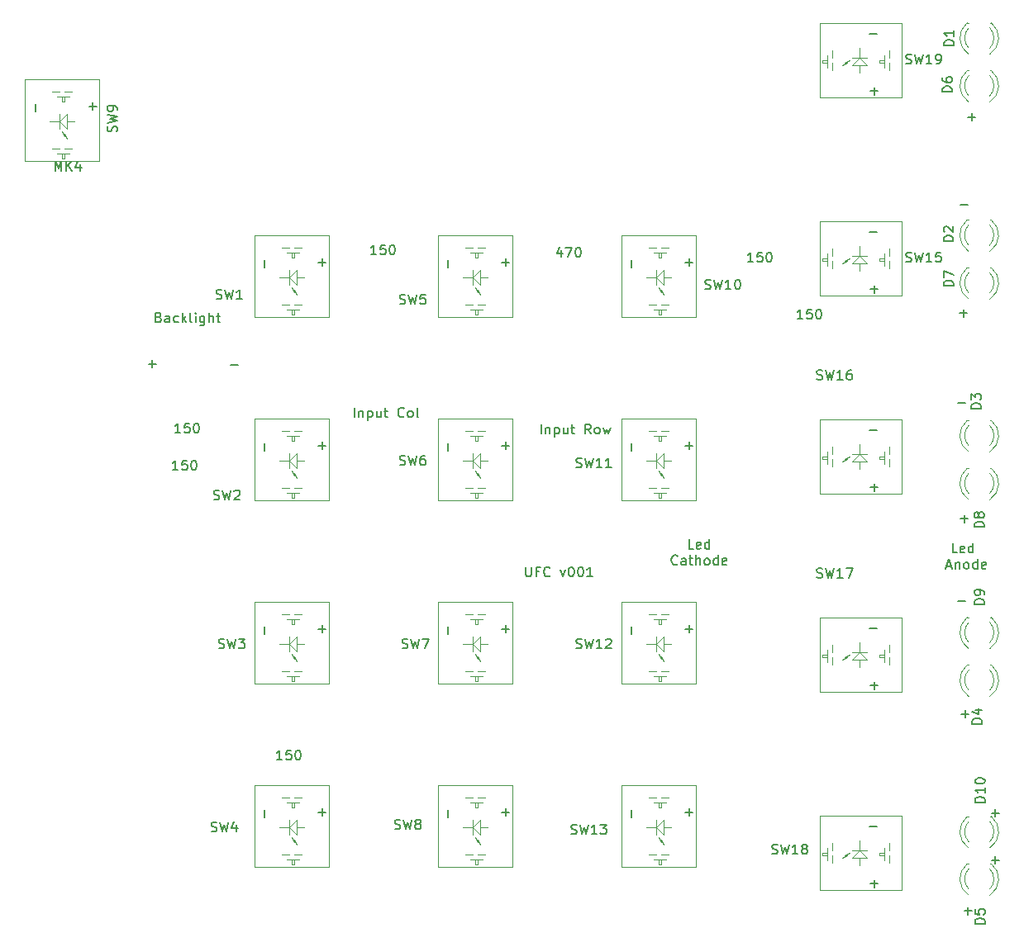
<source format=gbr>
G04 #@! TF.GenerationSoftware,KiCad,Pcbnew,(5.1.5-0-10_14)*
G04 #@! TF.CreationDate,2020-06-21T14:01:29+10:00*
G04 #@! TF.ProjectId,UFC,5546432e-6b69-4636-9164-5f7063625858,A*
G04 #@! TF.SameCoordinates,Original*
G04 #@! TF.FileFunction,Legend,Top*
G04 #@! TF.FilePolarity,Positive*
%FSLAX46Y46*%
G04 Gerber Fmt 4.6, Leading zero omitted, Abs format (unit mm)*
G04 Created by KiCad (PCBNEW (5.1.5-0-10_14)) date 2020-06-21 14:01:29*
%MOMM*%
%LPD*%
G04 APERTURE LIST*
%ADD10C,0.150000*%
%ADD11C,0.120000*%
G04 APERTURE END LIST*
D10*
X167767047Y-130627428D02*
X168528952Y-130627428D01*
X168148000Y-131008380D02*
X168148000Y-130246476D01*
X167767047Y-135453428D02*
X168528952Y-135453428D01*
X168148000Y-135834380D02*
X168148000Y-135072476D01*
X120039238Y-105370380D02*
X120039238Y-106179904D01*
X120086857Y-106275142D01*
X120134476Y-106322761D01*
X120229714Y-106370380D01*
X120420190Y-106370380D01*
X120515428Y-106322761D01*
X120563047Y-106275142D01*
X120610666Y-106179904D01*
X120610666Y-105370380D01*
X121420190Y-105846571D02*
X121086857Y-105846571D01*
X121086857Y-106370380D02*
X121086857Y-105370380D01*
X121563047Y-105370380D01*
X122515428Y-106275142D02*
X122467809Y-106322761D01*
X122324952Y-106370380D01*
X122229714Y-106370380D01*
X122086857Y-106322761D01*
X121991619Y-106227523D01*
X121944000Y-106132285D01*
X121896380Y-105941809D01*
X121896380Y-105798952D01*
X121944000Y-105608476D01*
X121991619Y-105513238D01*
X122086857Y-105418000D01*
X122229714Y-105370380D01*
X122324952Y-105370380D01*
X122467809Y-105418000D01*
X122515428Y-105465619D01*
X123610666Y-105703714D02*
X123848761Y-106370380D01*
X124086857Y-105703714D01*
X124658285Y-105370380D02*
X124753523Y-105370380D01*
X124848761Y-105418000D01*
X124896380Y-105465619D01*
X124944000Y-105560857D01*
X124991619Y-105751333D01*
X124991619Y-105989428D01*
X124944000Y-106179904D01*
X124896380Y-106275142D01*
X124848761Y-106322761D01*
X124753523Y-106370380D01*
X124658285Y-106370380D01*
X124563047Y-106322761D01*
X124515428Y-106275142D01*
X124467809Y-106179904D01*
X124420190Y-105989428D01*
X124420190Y-105751333D01*
X124467809Y-105560857D01*
X124515428Y-105465619D01*
X124563047Y-105418000D01*
X124658285Y-105370380D01*
X125610666Y-105370380D02*
X125705904Y-105370380D01*
X125801142Y-105418000D01*
X125848761Y-105465619D01*
X125896380Y-105560857D01*
X125944000Y-105751333D01*
X125944000Y-105989428D01*
X125896380Y-106179904D01*
X125848761Y-106275142D01*
X125801142Y-106322761D01*
X125705904Y-106370380D01*
X125610666Y-106370380D01*
X125515428Y-106322761D01*
X125467809Y-106275142D01*
X125420190Y-106179904D01*
X125372571Y-105989428D01*
X125372571Y-105751333D01*
X125420190Y-105560857D01*
X125467809Y-105465619D01*
X125515428Y-105418000D01*
X125610666Y-105370380D01*
X126896380Y-106370380D02*
X126324952Y-106370380D01*
X126610666Y-106370380D02*
X126610666Y-105370380D01*
X126515428Y-105513238D01*
X126420190Y-105608476D01*
X126324952Y-105656095D01*
X123698095Y-72937714D02*
X123698095Y-73604380D01*
X123460000Y-72556761D02*
X123221904Y-73271047D01*
X123840952Y-73271047D01*
X124126666Y-72604380D02*
X124793333Y-72604380D01*
X124364761Y-73604380D01*
X125364761Y-72604380D02*
X125460000Y-72604380D01*
X125555238Y-72652000D01*
X125602857Y-72699619D01*
X125650476Y-72794857D01*
X125698095Y-72985333D01*
X125698095Y-73223428D01*
X125650476Y-73413904D01*
X125602857Y-73509142D01*
X125555238Y-73556761D01*
X125460000Y-73604380D01*
X125364761Y-73604380D01*
X125269523Y-73556761D01*
X125221904Y-73509142D01*
X125174285Y-73413904D01*
X125126666Y-73223428D01*
X125126666Y-72985333D01*
X125174285Y-72794857D01*
X125221904Y-72699619D01*
X125269523Y-72652000D01*
X125364761Y-72604380D01*
X104743333Y-73350380D02*
X104171904Y-73350380D01*
X104457619Y-73350380D02*
X104457619Y-72350380D01*
X104362380Y-72493238D01*
X104267142Y-72588476D01*
X104171904Y-72636095D01*
X105648095Y-72350380D02*
X105171904Y-72350380D01*
X105124285Y-72826571D01*
X105171904Y-72778952D01*
X105267142Y-72731333D01*
X105505238Y-72731333D01*
X105600476Y-72778952D01*
X105648095Y-72826571D01*
X105695714Y-72921809D01*
X105695714Y-73159904D01*
X105648095Y-73255142D01*
X105600476Y-73302761D01*
X105505238Y-73350380D01*
X105267142Y-73350380D01*
X105171904Y-73302761D01*
X105124285Y-73255142D01*
X106314761Y-72350380D02*
X106410000Y-72350380D01*
X106505238Y-72398000D01*
X106552857Y-72445619D01*
X106600476Y-72540857D01*
X106648095Y-72731333D01*
X106648095Y-72969428D01*
X106600476Y-73159904D01*
X106552857Y-73255142D01*
X106505238Y-73302761D01*
X106410000Y-73350380D01*
X106314761Y-73350380D01*
X106219523Y-73302761D01*
X106171904Y-73255142D01*
X106124285Y-73159904D01*
X106076666Y-72969428D01*
X106076666Y-72731333D01*
X106124285Y-72540857D01*
X106171904Y-72445619D01*
X106219523Y-72398000D01*
X106314761Y-72350380D01*
X84423333Y-95448380D02*
X83851904Y-95448380D01*
X84137619Y-95448380D02*
X84137619Y-94448380D01*
X84042380Y-94591238D01*
X83947142Y-94686476D01*
X83851904Y-94734095D01*
X85328095Y-94448380D02*
X84851904Y-94448380D01*
X84804285Y-94924571D01*
X84851904Y-94876952D01*
X84947142Y-94829333D01*
X85185238Y-94829333D01*
X85280476Y-94876952D01*
X85328095Y-94924571D01*
X85375714Y-95019809D01*
X85375714Y-95257904D01*
X85328095Y-95353142D01*
X85280476Y-95400761D01*
X85185238Y-95448380D01*
X84947142Y-95448380D01*
X84851904Y-95400761D01*
X84804285Y-95353142D01*
X85994761Y-94448380D02*
X86090000Y-94448380D01*
X86185238Y-94496000D01*
X86232857Y-94543619D01*
X86280476Y-94638857D01*
X86328095Y-94829333D01*
X86328095Y-95067428D01*
X86280476Y-95257904D01*
X86232857Y-95353142D01*
X86185238Y-95400761D01*
X86090000Y-95448380D01*
X85994761Y-95448380D01*
X85899523Y-95400761D01*
X85851904Y-95353142D01*
X85804285Y-95257904D01*
X85756666Y-95067428D01*
X85756666Y-94829333D01*
X85804285Y-94638857D01*
X85851904Y-94543619D01*
X85899523Y-94496000D01*
X85994761Y-94448380D01*
X84677333Y-91638380D02*
X84105904Y-91638380D01*
X84391619Y-91638380D02*
X84391619Y-90638380D01*
X84296380Y-90781238D01*
X84201142Y-90876476D01*
X84105904Y-90924095D01*
X85582095Y-90638380D02*
X85105904Y-90638380D01*
X85058285Y-91114571D01*
X85105904Y-91066952D01*
X85201142Y-91019333D01*
X85439238Y-91019333D01*
X85534476Y-91066952D01*
X85582095Y-91114571D01*
X85629714Y-91209809D01*
X85629714Y-91447904D01*
X85582095Y-91543142D01*
X85534476Y-91590761D01*
X85439238Y-91638380D01*
X85201142Y-91638380D01*
X85105904Y-91590761D01*
X85058285Y-91543142D01*
X86248761Y-90638380D02*
X86344000Y-90638380D01*
X86439238Y-90686000D01*
X86486857Y-90733619D01*
X86534476Y-90828857D01*
X86582095Y-91019333D01*
X86582095Y-91257428D01*
X86534476Y-91447904D01*
X86486857Y-91543142D01*
X86439238Y-91590761D01*
X86344000Y-91638380D01*
X86248761Y-91638380D01*
X86153523Y-91590761D01*
X86105904Y-91543142D01*
X86058285Y-91447904D01*
X86010666Y-91257428D01*
X86010666Y-91019333D01*
X86058285Y-90828857D01*
X86105904Y-90733619D01*
X86153523Y-90686000D01*
X86248761Y-90638380D01*
X95091333Y-125166380D02*
X94519904Y-125166380D01*
X94805619Y-125166380D02*
X94805619Y-124166380D01*
X94710380Y-124309238D01*
X94615142Y-124404476D01*
X94519904Y-124452095D01*
X95996095Y-124166380D02*
X95519904Y-124166380D01*
X95472285Y-124642571D01*
X95519904Y-124594952D01*
X95615142Y-124547333D01*
X95853238Y-124547333D01*
X95948476Y-124594952D01*
X95996095Y-124642571D01*
X96043714Y-124737809D01*
X96043714Y-124975904D01*
X95996095Y-125071142D01*
X95948476Y-125118761D01*
X95853238Y-125166380D01*
X95615142Y-125166380D01*
X95519904Y-125118761D01*
X95472285Y-125071142D01*
X96662761Y-124166380D02*
X96758000Y-124166380D01*
X96853238Y-124214000D01*
X96900857Y-124261619D01*
X96948476Y-124356857D01*
X96996095Y-124547333D01*
X96996095Y-124785428D01*
X96948476Y-124975904D01*
X96900857Y-125071142D01*
X96853238Y-125118761D01*
X96758000Y-125166380D01*
X96662761Y-125166380D01*
X96567523Y-125118761D01*
X96519904Y-125071142D01*
X96472285Y-124975904D01*
X96424666Y-124785428D01*
X96424666Y-124547333D01*
X96472285Y-124356857D01*
X96519904Y-124261619D01*
X96567523Y-124214000D01*
X96662761Y-124166380D01*
X148431333Y-79954380D02*
X147859904Y-79954380D01*
X148145619Y-79954380D02*
X148145619Y-78954380D01*
X148050380Y-79097238D01*
X147955142Y-79192476D01*
X147859904Y-79240095D01*
X149336095Y-78954380D02*
X148859904Y-78954380D01*
X148812285Y-79430571D01*
X148859904Y-79382952D01*
X148955142Y-79335333D01*
X149193238Y-79335333D01*
X149288476Y-79382952D01*
X149336095Y-79430571D01*
X149383714Y-79525809D01*
X149383714Y-79763904D01*
X149336095Y-79859142D01*
X149288476Y-79906761D01*
X149193238Y-79954380D01*
X148955142Y-79954380D01*
X148859904Y-79906761D01*
X148812285Y-79859142D01*
X150002761Y-78954380D02*
X150098000Y-78954380D01*
X150193238Y-79002000D01*
X150240857Y-79049619D01*
X150288476Y-79144857D01*
X150336095Y-79335333D01*
X150336095Y-79573428D01*
X150288476Y-79763904D01*
X150240857Y-79859142D01*
X150193238Y-79906761D01*
X150098000Y-79954380D01*
X150002761Y-79954380D01*
X149907523Y-79906761D01*
X149859904Y-79859142D01*
X149812285Y-79763904D01*
X149764666Y-79573428D01*
X149764666Y-79335333D01*
X149812285Y-79144857D01*
X149859904Y-79049619D01*
X149907523Y-79002000D01*
X150002761Y-78954380D01*
X143351333Y-74112380D02*
X142779904Y-74112380D01*
X143065619Y-74112380D02*
X143065619Y-73112380D01*
X142970380Y-73255238D01*
X142875142Y-73350476D01*
X142779904Y-73398095D01*
X144256095Y-73112380D02*
X143779904Y-73112380D01*
X143732285Y-73588571D01*
X143779904Y-73540952D01*
X143875142Y-73493333D01*
X144113238Y-73493333D01*
X144208476Y-73540952D01*
X144256095Y-73588571D01*
X144303714Y-73683809D01*
X144303714Y-73921904D01*
X144256095Y-74017142D01*
X144208476Y-74064761D01*
X144113238Y-74112380D01*
X143875142Y-74112380D01*
X143779904Y-74064761D01*
X143732285Y-74017142D01*
X144922761Y-73112380D02*
X145018000Y-73112380D01*
X145113238Y-73160000D01*
X145160857Y-73207619D01*
X145208476Y-73302857D01*
X145256095Y-73493333D01*
X145256095Y-73731428D01*
X145208476Y-73921904D01*
X145160857Y-74017142D01*
X145113238Y-74064761D01*
X145018000Y-74112380D01*
X144922761Y-74112380D01*
X144827523Y-74064761D01*
X144779904Y-74017142D01*
X144732285Y-73921904D01*
X144684666Y-73731428D01*
X144684666Y-73493333D01*
X144732285Y-73302857D01*
X144779904Y-73207619D01*
X144827523Y-73160000D01*
X144922761Y-73112380D01*
X89799047Y-84631428D02*
X90560952Y-84631428D01*
X81409047Y-84551428D02*
X82170952Y-84551428D01*
X81790000Y-84932380D02*
X81790000Y-84170476D01*
X165359047Y-59251428D02*
X166120952Y-59251428D01*
X165740000Y-59632380D02*
X165740000Y-58870476D01*
X164589047Y-68221428D02*
X165350952Y-68221428D01*
X164339047Y-88591428D02*
X165100952Y-88591428D01*
X164509047Y-79341428D02*
X165270952Y-79341428D01*
X164890000Y-79722380D02*
X164890000Y-78960476D01*
X164589047Y-100441428D02*
X165350952Y-100441428D01*
X164970000Y-100822380D02*
X164970000Y-100060476D01*
X164339047Y-108841428D02*
X165100952Y-108841428D01*
X164669047Y-120451428D02*
X165430952Y-120451428D01*
X165050000Y-120832380D02*
X165050000Y-120070476D01*
X164949047Y-140661428D02*
X165710952Y-140661428D01*
X165330000Y-141042380D02*
X165330000Y-140280476D01*
X164237619Y-103927380D02*
X163761428Y-103927380D01*
X163761428Y-102927380D01*
X164951904Y-103879761D02*
X164856666Y-103927380D01*
X164666190Y-103927380D01*
X164570952Y-103879761D01*
X164523333Y-103784523D01*
X164523333Y-103403571D01*
X164570952Y-103308333D01*
X164666190Y-103260714D01*
X164856666Y-103260714D01*
X164951904Y-103308333D01*
X164999523Y-103403571D01*
X164999523Y-103498809D01*
X164523333Y-103594047D01*
X165856666Y-103927380D02*
X165856666Y-102927380D01*
X165856666Y-103879761D02*
X165761428Y-103927380D01*
X165570952Y-103927380D01*
X165475714Y-103879761D01*
X165428095Y-103832142D01*
X165380476Y-103736904D01*
X165380476Y-103451190D01*
X165428095Y-103355952D01*
X165475714Y-103308333D01*
X165570952Y-103260714D01*
X165761428Y-103260714D01*
X165856666Y-103308333D01*
X163166190Y-105291666D02*
X163642380Y-105291666D01*
X163070952Y-105577380D02*
X163404285Y-104577380D01*
X163737619Y-105577380D01*
X164070952Y-104910714D02*
X164070952Y-105577380D01*
X164070952Y-105005952D02*
X164118571Y-104958333D01*
X164213809Y-104910714D01*
X164356666Y-104910714D01*
X164451904Y-104958333D01*
X164499523Y-105053571D01*
X164499523Y-105577380D01*
X165118571Y-105577380D02*
X165023333Y-105529761D01*
X164975714Y-105482142D01*
X164928095Y-105386904D01*
X164928095Y-105101190D01*
X164975714Y-105005952D01*
X165023333Y-104958333D01*
X165118571Y-104910714D01*
X165261428Y-104910714D01*
X165356666Y-104958333D01*
X165404285Y-105005952D01*
X165451904Y-105101190D01*
X165451904Y-105386904D01*
X165404285Y-105482142D01*
X165356666Y-105529761D01*
X165261428Y-105577380D01*
X165118571Y-105577380D01*
X166309047Y-105577380D02*
X166309047Y-104577380D01*
X166309047Y-105529761D02*
X166213809Y-105577380D01*
X166023333Y-105577380D01*
X165928095Y-105529761D01*
X165880476Y-105482142D01*
X165832857Y-105386904D01*
X165832857Y-105101190D01*
X165880476Y-105005952D01*
X165928095Y-104958333D01*
X166023333Y-104910714D01*
X166213809Y-104910714D01*
X166309047Y-104958333D01*
X167166190Y-105529761D02*
X167070952Y-105577380D01*
X166880476Y-105577380D01*
X166785238Y-105529761D01*
X166737619Y-105434523D01*
X166737619Y-105053571D01*
X166785238Y-104958333D01*
X166880476Y-104910714D01*
X167070952Y-104910714D01*
X167166190Y-104958333D01*
X167213809Y-105053571D01*
X167213809Y-105148809D01*
X166737619Y-105244047D01*
X137228571Y-103527380D02*
X136752380Y-103527380D01*
X136752380Y-102527380D01*
X137942857Y-103479761D02*
X137847619Y-103527380D01*
X137657142Y-103527380D01*
X137561904Y-103479761D01*
X137514285Y-103384523D01*
X137514285Y-103003571D01*
X137561904Y-102908333D01*
X137657142Y-102860714D01*
X137847619Y-102860714D01*
X137942857Y-102908333D01*
X137990476Y-103003571D01*
X137990476Y-103098809D01*
X137514285Y-103194047D01*
X138847619Y-103527380D02*
X138847619Y-102527380D01*
X138847619Y-103479761D02*
X138752380Y-103527380D01*
X138561904Y-103527380D01*
X138466666Y-103479761D01*
X138419047Y-103432142D01*
X138371428Y-103336904D01*
X138371428Y-103051190D01*
X138419047Y-102955952D01*
X138466666Y-102908333D01*
X138561904Y-102860714D01*
X138752380Y-102860714D01*
X138847619Y-102908333D01*
X135585714Y-105082142D02*
X135538095Y-105129761D01*
X135395238Y-105177380D01*
X135300000Y-105177380D01*
X135157142Y-105129761D01*
X135061904Y-105034523D01*
X135014285Y-104939285D01*
X134966666Y-104748809D01*
X134966666Y-104605952D01*
X135014285Y-104415476D01*
X135061904Y-104320238D01*
X135157142Y-104225000D01*
X135300000Y-104177380D01*
X135395238Y-104177380D01*
X135538095Y-104225000D01*
X135585714Y-104272619D01*
X136442857Y-105177380D02*
X136442857Y-104653571D01*
X136395238Y-104558333D01*
X136300000Y-104510714D01*
X136109523Y-104510714D01*
X136014285Y-104558333D01*
X136442857Y-105129761D02*
X136347619Y-105177380D01*
X136109523Y-105177380D01*
X136014285Y-105129761D01*
X135966666Y-105034523D01*
X135966666Y-104939285D01*
X136014285Y-104844047D01*
X136109523Y-104796428D01*
X136347619Y-104796428D01*
X136442857Y-104748809D01*
X136776190Y-104510714D02*
X137157142Y-104510714D01*
X136919047Y-104177380D02*
X136919047Y-105034523D01*
X136966666Y-105129761D01*
X137061904Y-105177380D01*
X137157142Y-105177380D01*
X137490476Y-105177380D02*
X137490476Y-104177380D01*
X137919047Y-105177380D02*
X137919047Y-104653571D01*
X137871428Y-104558333D01*
X137776190Y-104510714D01*
X137633333Y-104510714D01*
X137538095Y-104558333D01*
X137490476Y-104605952D01*
X138538095Y-105177380D02*
X138442857Y-105129761D01*
X138395238Y-105082142D01*
X138347619Y-104986904D01*
X138347619Y-104701190D01*
X138395238Y-104605952D01*
X138442857Y-104558333D01*
X138538095Y-104510714D01*
X138680952Y-104510714D01*
X138776190Y-104558333D01*
X138823809Y-104605952D01*
X138871428Y-104701190D01*
X138871428Y-104986904D01*
X138823809Y-105082142D01*
X138776190Y-105129761D01*
X138680952Y-105177380D01*
X138538095Y-105177380D01*
X139728571Y-105177380D02*
X139728571Y-104177380D01*
X139728571Y-105129761D02*
X139633333Y-105177380D01*
X139442857Y-105177380D01*
X139347619Y-105129761D01*
X139300000Y-105082142D01*
X139252380Y-104986904D01*
X139252380Y-104701190D01*
X139300000Y-104605952D01*
X139347619Y-104558333D01*
X139442857Y-104510714D01*
X139633333Y-104510714D01*
X139728571Y-104558333D01*
X140585714Y-105129761D02*
X140490476Y-105177380D01*
X140300000Y-105177380D01*
X140204761Y-105129761D01*
X140157142Y-105034523D01*
X140157142Y-104653571D01*
X140204761Y-104558333D01*
X140300000Y-104510714D01*
X140490476Y-104510714D01*
X140585714Y-104558333D01*
X140633333Y-104653571D01*
X140633333Y-104748809D01*
X140157142Y-104844047D01*
X121620000Y-91732380D02*
X121620000Y-90732380D01*
X122096190Y-91065714D02*
X122096190Y-91732380D01*
X122096190Y-91160952D02*
X122143809Y-91113333D01*
X122239047Y-91065714D01*
X122381904Y-91065714D01*
X122477142Y-91113333D01*
X122524761Y-91208571D01*
X122524761Y-91732380D01*
X123000952Y-91065714D02*
X123000952Y-92065714D01*
X123000952Y-91113333D02*
X123096190Y-91065714D01*
X123286666Y-91065714D01*
X123381904Y-91113333D01*
X123429523Y-91160952D01*
X123477142Y-91256190D01*
X123477142Y-91541904D01*
X123429523Y-91637142D01*
X123381904Y-91684761D01*
X123286666Y-91732380D01*
X123096190Y-91732380D01*
X123000952Y-91684761D01*
X124334285Y-91065714D02*
X124334285Y-91732380D01*
X123905714Y-91065714D02*
X123905714Y-91589523D01*
X123953333Y-91684761D01*
X124048571Y-91732380D01*
X124191428Y-91732380D01*
X124286666Y-91684761D01*
X124334285Y-91637142D01*
X124667619Y-91065714D02*
X125048571Y-91065714D01*
X124810476Y-90732380D02*
X124810476Y-91589523D01*
X124858095Y-91684761D01*
X124953333Y-91732380D01*
X125048571Y-91732380D01*
X126715238Y-91732380D02*
X126381904Y-91256190D01*
X126143809Y-91732380D02*
X126143809Y-90732380D01*
X126524761Y-90732380D01*
X126620000Y-90780000D01*
X126667619Y-90827619D01*
X126715238Y-90922857D01*
X126715238Y-91065714D01*
X126667619Y-91160952D01*
X126620000Y-91208571D01*
X126524761Y-91256190D01*
X126143809Y-91256190D01*
X127286666Y-91732380D02*
X127191428Y-91684761D01*
X127143809Y-91637142D01*
X127096190Y-91541904D01*
X127096190Y-91256190D01*
X127143809Y-91160952D01*
X127191428Y-91113333D01*
X127286666Y-91065714D01*
X127429523Y-91065714D01*
X127524761Y-91113333D01*
X127572380Y-91160952D01*
X127620000Y-91256190D01*
X127620000Y-91541904D01*
X127572380Y-91637142D01*
X127524761Y-91684761D01*
X127429523Y-91732380D01*
X127286666Y-91732380D01*
X127953333Y-91065714D02*
X128143809Y-91732380D01*
X128334285Y-91256190D01*
X128524761Y-91732380D01*
X128715238Y-91065714D01*
X102471904Y-90042380D02*
X102471904Y-89042380D01*
X102948095Y-89375714D02*
X102948095Y-90042380D01*
X102948095Y-89470952D02*
X102995714Y-89423333D01*
X103090952Y-89375714D01*
X103233809Y-89375714D01*
X103329047Y-89423333D01*
X103376666Y-89518571D01*
X103376666Y-90042380D01*
X103852857Y-89375714D02*
X103852857Y-90375714D01*
X103852857Y-89423333D02*
X103948095Y-89375714D01*
X104138571Y-89375714D01*
X104233809Y-89423333D01*
X104281428Y-89470952D01*
X104329047Y-89566190D01*
X104329047Y-89851904D01*
X104281428Y-89947142D01*
X104233809Y-89994761D01*
X104138571Y-90042380D01*
X103948095Y-90042380D01*
X103852857Y-89994761D01*
X105186190Y-89375714D02*
X105186190Y-90042380D01*
X104757619Y-89375714D02*
X104757619Y-89899523D01*
X104805238Y-89994761D01*
X104900476Y-90042380D01*
X105043333Y-90042380D01*
X105138571Y-89994761D01*
X105186190Y-89947142D01*
X105519523Y-89375714D02*
X105900476Y-89375714D01*
X105662380Y-89042380D02*
X105662380Y-89899523D01*
X105710000Y-89994761D01*
X105805238Y-90042380D01*
X105900476Y-90042380D01*
X107567142Y-89947142D02*
X107519523Y-89994761D01*
X107376666Y-90042380D01*
X107281428Y-90042380D01*
X107138571Y-89994761D01*
X107043333Y-89899523D01*
X106995714Y-89804285D01*
X106948095Y-89613809D01*
X106948095Y-89470952D01*
X106995714Y-89280476D01*
X107043333Y-89185238D01*
X107138571Y-89090000D01*
X107281428Y-89042380D01*
X107376666Y-89042380D01*
X107519523Y-89090000D01*
X107567142Y-89137619D01*
X108138571Y-90042380D02*
X108043333Y-89994761D01*
X107995714Y-89947142D01*
X107948095Y-89851904D01*
X107948095Y-89566190D01*
X107995714Y-89470952D01*
X108043333Y-89423333D01*
X108138571Y-89375714D01*
X108281428Y-89375714D01*
X108376666Y-89423333D01*
X108424285Y-89470952D01*
X108471904Y-89566190D01*
X108471904Y-89851904D01*
X108424285Y-89947142D01*
X108376666Y-89994761D01*
X108281428Y-90042380D01*
X108138571Y-90042380D01*
X109043333Y-90042380D02*
X108948095Y-89994761D01*
X108900476Y-89899523D01*
X108900476Y-89042380D01*
X82445238Y-79778571D02*
X82588095Y-79826190D01*
X82635714Y-79873809D01*
X82683333Y-79969047D01*
X82683333Y-80111904D01*
X82635714Y-80207142D01*
X82588095Y-80254761D01*
X82492857Y-80302380D01*
X82111904Y-80302380D01*
X82111904Y-79302380D01*
X82445238Y-79302380D01*
X82540476Y-79350000D01*
X82588095Y-79397619D01*
X82635714Y-79492857D01*
X82635714Y-79588095D01*
X82588095Y-79683333D01*
X82540476Y-79730952D01*
X82445238Y-79778571D01*
X82111904Y-79778571D01*
X83540476Y-80302380D02*
X83540476Y-79778571D01*
X83492857Y-79683333D01*
X83397619Y-79635714D01*
X83207142Y-79635714D01*
X83111904Y-79683333D01*
X83540476Y-80254761D02*
X83445238Y-80302380D01*
X83207142Y-80302380D01*
X83111904Y-80254761D01*
X83064285Y-80159523D01*
X83064285Y-80064285D01*
X83111904Y-79969047D01*
X83207142Y-79921428D01*
X83445238Y-79921428D01*
X83540476Y-79873809D01*
X84445238Y-80254761D02*
X84350000Y-80302380D01*
X84159523Y-80302380D01*
X84064285Y-80254761D01*
X84016666Y-80207142D01*
X83969047Y-80111904D01*
X83969047Y-79826190D01*
X84016666Y-79730952D01*
X84064285Y-79683333D01*
X84159523Y-79635714D01*
X84350000Y-79635714D01*
X84445238Y-79683333D01*
X84873809Y-80302380D02*
X84873809Y-79302380D01*
X84969047Y-79921428D02*
X85254761Y-80302380D01*
X85254761Y-79635714D02*
X84873809Y-80016666D01*
X85826190Y-80302380D02*
X85730952Y-80254761D01*
X85683333Y-80159523D01*
X85683333Y-79302380D01*
X86207142Y-80302380D02*
X86207142Y-79635714D01*
X86207142Y-79302380D02*
X86159523Y-79350000D01*
X86207142Y-79397619D01*
X86254761Y-79350000D01*
X86207142Y-79302380D01*
X86207142Y-79397619D01*
X87111904Y-79635714D02*
X87111904Y-80445238D01*
X87064285Y-80540476D01*
X87016666Y-80588095D01*
X86921428Y-80635714D01*
X86778571Y-80635714D01*
X86683333Y-80588095D01*
X87111904Y-80254761D02*
X87016666Y-80302380D01*
X86826190Y-80302380D01*
X86730952Y-80254761D01*
X86683333Y-80207142D01*
X86635714Y-80111904D01*
X86635714Y-79826190D01*
X86683333Y-79730952D01*
X86730952Y-79683333D01*
X86826190Y-79635714D01*
X87016666Y-79635714D01*
X87111904Y-79683333D01*
X87588095Y-80302380D02*
X87588095Y-79302380D01*
X88016666Y-80302380D02*
X88016666Y-79778571D01*
X87969047Y-79683333D01*
X87873809Y-79635714D01*
X87730952Y-79635714D01*
X87635714Y-79683333D01*
X87588095Y-79730952D01*
X88350000Y-79635714D02*
X88730952Y-79635714D01*
X88492857Y-79302380D02*
X88492857Y-80159523D01*
X88540476Y-80254761D01*
X88635714Y-80302380D01*
X88730952Y-80302380D01*
D11*
X158528000Y-57277000D02*
X157258000Y-57277000D01*
X158530000Y-49657000D02*
X158528000Y-57277000D01*
X150140000Y-49657000D02*
X158522000Y-49657000D01*
X150146000Y-57277000D02*
X150160000Y-49657000D01*
X158274000Y-57277000D02*
X150146000Y-57277000D01*
X150400000Y-53467000D02*
X150908000Y-53467000D01*
X151416000Y-54483000D02*
X151416000Y-53721000D01*
X150400000Y-53721000D02*
X150400000Y-53467000D01*
X150908000Y-54229000D02*
X150908000Y-52959000D01*
X151416000Y-53213000D02*
X151416000Y-52451000D01*
X150908000Y-53721000D02*
X150400000Y-53721000D01*
X156242000Y-53467000D02*
X156750000Y-53467000D01*
X156242000Y-53721000D02*
X156242000Y-53467000D01*
X156750000Y-53721000D02*
X156242000Y-53721000D01*
X156750000Y-54229000D02*
X156750000Y-52959000D01*
X157258000Y-53213000D02*
X157258000Y-52451000D01*
X157258000Y-54483000D02*
X157258000Y-53721000D01*
X152686000Y-53721000D02*
X153194000Y-53467000D01*
X152940000Y-53721000D02*
X152686000Y-53721000D01*
X152432000Y-53975000D02*
X152940000Y-53721000D01*
X154210000Y-53213000D02*
X154210000Y-52197000D01*
X154972000Y-53213000D02*
X154210000Y-53213000D01*
X153448000Y-53213000D02*
X154972000Y-53213000D01*
X154972000Y-53975000D02*
X154210000Y-53975000D01*
X154210000Y-53213000D02*
X154972000Y-53975000D01*
X153448000Y-53975000D02*
X154210000Y-53213000D01*
X154210000Y-53975000D02*
X153448000Y-53975000D01*
X154210000Y-54737000D02*
X154210000Y-53975000D01*
X158528000Y-138557000D02*
X157258000Y-138557000D01*
X158530000Y-130937000D02*
X158528000Y-138557000D01*
X150140000Y-130937000D02*
X158522000Y-130937000D01*
X150146000Y-138557000D02*
X150160000Y-130937000D01*
X158274000Y-138557000D02*
X150146000Y-138557000D01*
X150400000Y-134747000D02*
X150908000Y-134747000D01*
X151416000Y-135763000D02*
X151416000Y-135001000D01*
X150400000Y-135001000D02*
X150400000Y-134747000D01*
X150908000Y-135509000D02*
X150908000Y-134239000D01*
X151416000Y-134493000D02*
X151416000Y-133731000D01*
X150908000Y-135001000D02*
X150400000Y-135001000D01*
X156242000Y-134747000D02*
X156750000Y-134747000D01*
X156242000Y-135001000D02*
X156242000Y-134747000D01*
X156750000Y-135001000D02*
X156242000Y-135001000D01*
X156750000Y-135509000D02*
X156750000Y-134239000D01*
X157258000Y-134493000D02*
X157258000Y-133731000D01*
X157258000Y-135763000D02*
X157258000Y-135001000D01*
X152686000Y-135001000D02*
X153194000Y-134747000D01*
X152940000Y-135001000D02*
X152686000Y-135001000D01*
X152432000Y-135255000D02*
X152940000Y-135001000D01*
X154210000Y-134493000D02*
X154210000Y-133477000D01*
X154972000Y-134493000D02*
X154210000Y-134493000D01*
X153448000Y-134493000D02*
X154972000Y-134493000D01*
X154972000Y-135255000D02*
X154210000Y-135255000D01*
X154210000Y-134493000D02*
X154972000Y-135255000D01*
X153448000Y-135255000D02*
X154210000Y-134493000D01*
X154210000Y-135255000D02*
X153448000Y-135255000D01*
X154210000Y-136017000D02*
X154210000Y-135255000D01*
X158528000Y-118237000D02*
X157258000Y-118237000D01*
X158530000Y-110617000D02*
X158528000Y-118237000D01*
X150140000Y-110617000D02*
X158522000Y-110617000D01*
X150146000Y-118237000D02*
X150160000Y-110617000D01*
X158274000Y-118237000D02*
X150146000Y-118237000D01*
X150400000Y-114427000D02*
X150908000Y-114427000D01*
X151416000Y-115443000D02*
X151416000Y-114681000D01*
X150400000Y-114681000D02*
X150400000Y-114427000D01*
X150908000Y-115189000D02*
X150908000Y-113919000D01*
X151416000Y-114173000D02*
X151416000Y-113411000D01*
X150908000Y-114681000D02*
X150400000Y-114681000D01*
X156242000Y-114427000D02*
X156750000Y-114427000D01*
X156242000Y-114681000D02*
X156242000Y-114427000D01*
X156750000Y-114681000D02*
X156242000Y-114681000D01*
X156750000Y-115189000D02*
X156750000Y-113919000D01*
X157258000Y-114173000D02*
X157258000Y-113411000D01*
X157258000Y-115443000D02*
X157258000Y-114681000D01*
X152686000Y-114681000D02*
X153194000Y-114427000D01*
X152940000Y-114681000D02*
X152686000Y-114681000D01*
X152432000Y-114935000D02*
X152940000Y-114681000D01*
X154210000Y-114173000D02*
X154210000Y-113157000D01*
X154972000Y-114173000D02*
X154210000Y-114173000D01*
X153448000Y-114173000D02*
X154972000Y-114173000D01*
X154972000Y-114935000D02*
X154210000Y-114935000D01*
X154210000Y-114173000D02*
X154972000Y-114935000D01*
X153448000Y-114935000D02*
X154210000Y-114173000D01*
X154210000Y-114935000D02*
X153448000Y-114935000D01*
X154210000Y-115697000D02*
X154210000Y-114935000D01*
X158528000Y-97917000D02*
X157258000Y-97917000D01*
X158530000Y-90297000D02*
X158528000Y-97917000D01*
X150140000Y-90297000D02*
X158522000Y-90297000D01*
X150146000Y-97917000D02*
X150160000Y-90297000D01*
X158274000Y-97917000D02*
X150146000Y-97917000D01*
X150400000Y-94107000D02*
X150908000Y-94107000D01*
X151416000Y-95123000D02*
X151416000Y-94361000D01*
X150400000Y-94361000D02*
X150400000Y-94107000D01*
X150908000Y-94869000D02*
X150908000Y-93599000D01*
X151416000Y-93853000D02*
X151416000Y-93091000D01*
X150908000Y-94361000D02*
X150400000Y-94361000D01*
X156242000Y-94107000D02*
X156750000Y-94107000D01*
X156242000Y-94361000D02*
X156242000Y-94107000D01*
X156750000Y-94361000D02*
X156242000Y-94361000D01*
X156750000Y-94869000D02*
X156750000Y-93599000D01*
X157258000Y-93853000D02*
X157258000Y-93091000D01*
X157258000Y-95123000D02*
X157258000Y-94361000D01*
X152686000Y-94361000D02*
X153194000Y-94107000D01*
X152940000Y-94361000D02*
X152686000Y-94361000D01*
X152432000Y-94615000D02*
X152940000Y-94361000D01*
X154210000Y-93853000D02*
X154210000Y-92837000D01*
X154972000Y-93853000D02*
X154210000Y-93853000D01*
X153448000Y-93853000D02*
X154972000Y-93853000D01*
X154972000Y-94615000D02*
X154210000Y-94615000D01*
X154210000Y-93853000D02*
X154972000Y-94615000D01*
X153448000Y-94615000D02*
X154210000Y-93853000D01*
X154210000Y-94615000D02*
X153448000Y-94615000D01*
X154210000Y-95377000D02*
X154210000Y-94615000D01*
X158528000Y-77597000D02*
X157258000Y-77597000D01*
X158530000Y-69977000D02*
X158528000Y-77597000D01*
X150140000Y-69977000D02*
X158522000Y-69977000D01*
X150146000Y-77597000D02*
X150160000Y-69977000D01*
X158274000Y-77597000D02*
X150146000Y-77597000D01*
X150400000Y-73787000D02*
X150908000Y-73787000D01*
X151416000Y-74803000D02*
X151416000Y-74041000D01*
X150400000Y-74041000D02*
X150400000Y-73787000D01*
X150908000Y-74549000D02*
X150908000Y-73279000D01*
X151416000Y-73533000D02*
X151416000Y-72771000D01*
X150908000Y-74041000D02*
X150400000Y-74041000D01*
X156242000Y-73787000D02*
X156750000Y-73787000D01*
X156242000Y-74041000D02*
X156242000Y-73787000D01*
X156750000Y-74041000D02*
X156242000Y-74041000D01*
X156750000Y-74549000D02*
X156750000Y-73279000D01*
X157258000Y-73533000D02*
X157258000Y-72771000D01*
X157258000Y-74803000D02*
X157258000Y-74041000D01*
X152686000Y-74041000D02*
X153194000Y-73787000D01*
X152940000Y-74041000D02*
X152686000Y-74041000D01*
X152432000Y-74295000D02*
X152940000Y-74041000D01*
X154210000Y-73533000D02*
X154210000Y-72517000D01*
X154972000Y-73533000D02*
X154210000Y-73533000D01*
X153448000Y-73533000D02*
X154972000Y-73533000D01*
X154972000Y-74295000D02*
X154210000Y-74295000D01*
X154210000Y-73533000D02*
X154972000Y-74295000D01*
X153448000Y-74295000D02*
X154210000Y-73533000D01*
X154210000Y-74295000D02*
X153448000Y-74295000D01*
X154210000Y-75057000D02*
X154210000Y-74295000D01*
X137446000Y-127762000D02*
X137446000Y-129032000D01*
X129826000Y-127760000D02*
X137446000Y-127762000D01*
X129826000Y-136150000D02*
X129826000Y-127768000D01*
X137446000Y-136144000D02*
X129826000Y-136130000D01*
X137446000Y-128016000D02*
X137446000Y-136144000D01*
X133636000Y-135890000D02*
X133636000Y-135382000D01*
X134652000Y-134874000D02*
X133890000Y-134874000D01*
X133890000Y-135890000D02*
X133636000Y-135890000D01*
X134398000Y-135382000D02*
X133128000Y-135382000D01*
X133382000Y-134874000D02*
X132620000Y-134874000D01*
X133890000Y-135382000D02*
X133890000Y-135890000D01*
X133636000Y-130048000D02*
X133636000Y-129540000D01*
X133890000Y-130048000D02*
X133636000Y-130048000D01*
X133890000Y-129540000D02*
X133890000Y-130048000D01*
X134398000Y-129540000D02*
X133128000Y-129540000D01*
X133382000Y-129032000D02*
X132620000Y-129032000D01*
X134652000Y-129032000D02*
X133890000Y-129032000D01*
X133890000Y-133604000D02*
X133636000Y-133096000D01*
X133890000Y-133350000D02*
X133890000Y-133604000D01*
X134144000Y-133858000D02*
X133890000Y-133350000D01*
X133382000Y-132080000D02*
X132366000Y-132080000D01*
X133382000Y-131318000D02*
X133382000Y-132080000D01*
X133382000Y-132842000D02*
X133382000Y-131318000D01*
X134144000Y-131318000D02*
X134144000Y-132080000D01*
X133382000Y-132080000D02*
X134144000Y-131318000D01*
X134144000Y-132842000D02*
X133382000Y-132080000D01*
X134144000Y-132080000D02*
X134144000Y-132842000D01*
X134906000Y-132080000D02*
X134144000Y-132080000D01*
X137446000Y-108966000D02*
X137446000Y-110236000D01*
X129826000Y-108964000D02*
X137446000Y-108966000D01*
X129826000Y-117354000D02*
X129826000Y-108972000D01*
X137446000Y-117348000D02*
X129826000Y-117334000D01*
X137446000Y-109220000D02*
X137446000Y-117348000D01*
X133636000Y-117094000D02*
X133636000Y-116586000D01*
X134652000Y-116078000D02*
X133890000Y-116078000D01*
X133890000Y-117094000D02*
X133636000Y-117094000D01*
X134398000Y-116586000D02*
X133128000Y-116586000D01*
X133382000Y-116078000D02*
X132620000Y-116078000D01*
X133890000Y-116586000D02*
X133890000Y-117094000D01*
X133636000Y-111252000D02*
X133636000Y-110744000D01*
X133890000Y-111252000D02*
X133636000Y-111252000D01*
X133890000Y-110744000D02*
X133890000Y-111252000D01*
X134398000Y-110744000D02*
X133128000Y-110744000D01*
X133382000Y-110236000D02*
X132620000Y-110236000D01*
X134652000Y-110236000D02*
X133890000Y-110236000D01*
X133890000Y-114808000D02*
X133636000Y-114300000D01*
X133890000Y-114554000D02*
X133890000Y-114808000D01*
X134144000Y-115062000D02*
X133890000Y-114554000D01*
X133382000Y-113284000D02*
X132366000Y-113284000D01*
X133382000Y-112522000D02*
X133382000Y-113284000D01*
X133382000Y-114046000D02*
X133382000Y-112522000D01*
X134144000Y-112522000D02*
X134144000Y-113284000D01*
X133382000Y-113284000D02*
X134144000Y-112522000D01*
X134144000Y-114046000D02*
X133382000Y-113284000D01*
X134144000Y-113284000D02*
X134144000Y-114046000D01*
X134906000Y-113284000D02*
X134144000Y-113284000D01*
X137446000Y-90170000D02*
X137446000Y-91440000D01*
X129826000Y-90168000D02*
X137446000Y-90170000D01*
X129826000Y-98558000D02*
X129826000Y-90176000D01*
X137446000Y-98552000D02*
X129826000Y-98538000D01*
X137446000Y-90424000D02*
X137446000Y-98552000D01*
X133636000Y-98298000D02*
X133636000Y-97790000D01*
X134652000Y-97282000D02*
X133890000Y-97282000D01*
X133890000Y-98298000D02*
X133636000Y-98298000D01*
X134398000Y-97790000D02*
X133128000Y-97790000D01*
X133382000Y-97282000D02*
X132620000Y-97282000D01*
X133890000Y-97790000D02*
X133890000Y-98298000D01*
X133636000Y-92456000D02*
X133636000Y-91948000D01*
X133890000Y-92456000D02*
X133636000Y-92456000D01*
X133890000Y-91948000D02*
X133890000Y-92456000D01*
X134398000Y-91948000D02*
X133128000Y-91948000D01*
X133382000Y-91440000D02*
X132620000Y-91440000D01*
X134652000Y-91440000D02*
X133890000Y-91440000D01*
X133890000Y-96012000D02*
X133636000Y-95504000D01*
X133890000Y-95758000D02*
X133890000Y-96012000D01*
X134144000Y-96266000D02*
X133890000Y-95758000D01*
X133382000Y-94488000D02*
X132366000Y-94488000D01*
X133382000Y-93726000D02*
X133382000Y-94488000D01*
X133382000Y-95250000D02*
X133382000Y-93726000D01*
X134144000Y-93726000D02*
X134144000Y-94488000D01*
X133382000Y-94488000D02*
X134144000Y-93726000D01*
X134144000Y-95250000D02*
X133382000Y-94488000D01*
X134144000Y-94488000D02*
X134144000Y-95250000D01*
X134906000Y-94488000D02*
X134144000Y-94488000D01*
X137446000Y-71374000D02*
X137446000Y-72644000D01*
X129826000Y-71372000D02*
X137446000Y-71374000D01*
X129826000Y-79762000D02*
X129826000Y-71380000D01*
X137446000Y-79756000D02*
X129826000Y-79742000D01*
X137446000Y-71628000D02*
X137446000Y-79756000D01*
X133636000Y-79502000D02*
X133636000Y-78994000D01*
X134652000Y-78486000D02*
X133890000Y-78486000D01*
X133890000Y-79502000D02*
X133636000Y-79502000D01*
X134398000Y-78994000D02*
X133128000Y-78994000D01*
X133382000Y-78486000D02*
X132620000Y-78486000D01*
X133890000Y-78994000D02*
X133890000Y-79502000D01*
X133636000Y-73660000D02*
X133636000Y-73152000D01*
X133890000Y-73660000D02*
X133636000Y-73660000D01*
X133890000Y-73152000D02*
X133890000Y-73660000D01*
X134398000Y-73152000D02*
X133128000Y-73152000D01*
X133382000Y-72644000D02*
X132620000Y-72644000D01*
X134652000Y-72644000D02*
X133890000Y-72644000D01*
X133890000Y-77216000D02*
X133636000Y-76708000D01*
X133890000Y-76962000D02*
X133890000Y-77216000D01*
X134144000Y-77470000D02*
X133890000Y-76962000D01*
X133382000Y-75692000D02*
X132366000Y-75692000D01*
X133382000Y-74930000D02*
X133382000Y-75692000D01*
X133382000Y-76454000D02*
X133382000Y-74930000D01*
X134144000Y-74930000D02*
X134144000Y-75692000D01*
X133382000Y-75692000D02*
X134144000Y-74930000D01*
X134144000Y-76454000D02*
X133382000Y-75692000D01*
X134144000Y-75692000D02*
X134144000Y-76454000D01*
X134906000Y-75692000D02*
X134144000Y-75692000D01*
X76359000Y-55372000D02*
X76359000Y-56642000D01*
X68739000Y-55370000D02*
X76359000Y-55372000D01*
X68739000Y-63760000D02*
X68739000Y-55378000D01*
X76359000Y-63754000D02*
X68739000Y-63740000D01*
X76359000Y-55626000D02*
X76359000Y-63754000D01*
X72549000Y-63500000D02*
X72549000Y-62992000D01*
X73565000Y-62484000D02*
X72803000Y-62484000D01*
X72803000Y-63500000D02*
X72549000Y-63500000D01*
X73311000Y-62992000D02*
X72041000Y-62992000D01*
X72295000Y-62484000D02*
X71533000Y-62484000D01*
X72803000Y-62992000D02*
X72803000Y-63500000D01*
X72549000Y-57658000D02*
X72549000Y-57150000D01*
X72803000Y-57658000D02*
X72549000Y-57658000D01*
X72803000Y-57150000D02*
X72803000Y-57658000D01*
X73311000Y-57150000D02*
X72041000Y-57150000D01*
X72295000Y-56642000D02*
X71533000Y-56642000D01*
X73565000Y-56642000D02*
X72803000Y-56642000D01*
X72803000Y-61214000D02*
X72549000Y-60706000D01*
X72803000Y-60960000D02*
X72803000Y-61214000D01*
X73057000Y-61468000D02*
X72803000Y-60960000D01*
X72295000Y-59690000D02*
X71279000Y-59690000D01*
X72295000Y-58928000D02*
X72295000Y-59690000D01*
X72295000Y-60452000D02*
X72295000Y-58928000D01*
X73057000Y-58928000D02*
X73057000Y-59690000D01*
X72295000Y-59690000D02*
X73057000Y-58928000D01*
X73057000Y-60452000D02*
X72295000Y-59690000D01*
X73057000Y-59690000D02*
X73057000Y-60452000D01*
X73819000Y-59690000D02*
X73057000Y-59690000D01*
X118650000Y-127762000D02*
X118650000Y-129032000D01*
X111030000Y-127760000D02*
X118650000Y-127762000D01*
X111030000Y-136150000D02*
X111030000Y-127768000D01*
X118650000Y-136144000D02*
X111030000Y-136130000D01*
X118650000Y-128016000D02*
X118650000Y-136144000D01*
X114840000Y-135890000D02*
X114840000Y-135382000D01*
X115856000Y-134874000D02*
X115094000Y-134874000D01*
X115094000Y-135890000D02*
X114840000Y-135890000D01*
X115602000Y-135382000D02*
X114332000Y-135382000D01*
X114586000Y-134874000D02*
X113824000Y-134874000D01*
X115094000Y-135382000D02*
X115094000Y-135890000D01*
X114840000Y-130048000D02*
X114840000Y-129540000D01*
X115094000Y-130048000D02*
X114840000Y-130048000D01*
X115094000Y-129540000D02*
X115094000Y-130048000D01*
X115602000Y-129540000D02*
X114332000Y-129540000D01*
X114586000Y-129032000D02*
X113824000Y-129032000D01*
X115856000Y-129032000D02*
X115094000Y-129032000D01*
X115094000Y-133604000D02*
X114840000Y-133096000D01*
X115094000Y-133350000D02*
X115094000Y-133604000D01*
X115348000Y-133858000D02*
X115094000Y-133350000D01*
X114586000Y-132080000D02*
X113570000Y-132080000D01*
X114586000Y-131318000D02*
X114586000Y-132080000D01*
X114586000Y-132842000D02*
X114586000Y-131318000D01*
X115348000Y-131318000D02*
X115348000Y-132080000D01*
X114586000Y-132080000D02*
X115348000Y-131318000D01*
X115348000Y-132842000D02*
X114586000Y-132080000D01*
X115348000Y-132080000D02*
X115348000Y-132842000D01*
X116110000Y-132080000D02*
X115348000Y-132080000D01*
X118650000Y-108966000D02*
X118650000Y-110236000D01*
X111030000Y-108964000D02*
X118650000Y-108966000D01*
X111030000Y-117354000D02*
X111030000Y-108972000D01*
X118650000Y-117348000D02*
X111030000Y-117334000D01*
X118650000Y-109220000D02*
X118650000Y-117348000D01*
X114840000Y-117094000D02*
X114840000Y-116586000D01*
X115856000Y-116078000D02*
X115094000Y-116078000D01*
X115094000Y-117094000D02*
X114840000Y-117094000D01*
X115602000Y-116586000D02*
X114332000Y-116586000D01*
X114586000Y-116078000D02*
X113824000Y-116078000D01*
X115094000Y-116586000D02*
X115094000Y-117094000D01*
X114840000Y-111252000D02*
X114840000Y-110744000D01*
X115094000Y-111252000D02*
X114840000Y-111252000D01*
X115094000Y-110744000D02*
X115094000Y-111252000D01*
X115602000Y-110744000D02*
X114332000Y-110744000D01*
X114586000Y-110236000D02*
X113824000Y-110236000D01*
X115856000Y-110236000D02*
X115094000Y-110236000D01*
X115094000Y-114808000D02*
X114840000Y-114300000D01*
X115094000Y-114554000D02*
X115094000Y-114808000D01*
X115348000Y-115062000D02*
X115094000Y-114554000D01*
X114586000Y-113284000D02*
X113570000Y-113284000D01*
X114586000Y-112522000D02*
X114586000Y-113284000D01*
X114586000Y-114046000D02*
X114586000Y-112522000D01*
X115348000Y-112522000D02*
X115348000Y-113284000D01*
X114586000Y-113284000D02*
X115348000Y-112522000D01*
X115348000Y-114046000D02*
X114586000Y-113284000D01*
X115348000Y-113284000D02*
X115348000Y-114046000D01*
X116110000Y-113284000D02*
X115348000Y-113284000D01*
X118650000Y-90170000D02*
X118650000Y-91440000D01*
X111030000Y-90168000D02*
X118650000Y-90170000D01*
X111030000Y-98558000D02*
X111030000Y-90176000D01*
X118650000Y-98552000D02*
X111030000Y-98538000D01*
X118650000Y-90424000D02*
X118650000Y-98552000D01*
X114840000Y-98298000D02*
X114840000Y-97790000D01*
X115856000Y-97282000D02*
X115094000Y-97282000D01*
X115094000Y-98298000D02*
X114840000Y-98298000D01*
X115602000Y-97790000D02*
X114332000Y-97790000D01*
X114586000Y-97282000D02*
X113824000Y-97282000D01*
X115094000Y-97790000D02*
X115094000Y-98298000D01*
X114840000Y-92456000D02*
X114840000Y-91948000D01*
X115094000Y-92456000D02*
X114840000Y-92456000D01*
X115094000Y-91948000D02*
X115094000Y-92456000D01*
X115602000Y-91948000D02*
X114332000Y-91948000D01*
X114586000Y-91440000D02*
X113824000Y-91440000D01*
X115856000Y-91440000D02*
X115094000Y-91440000D01*
X115094000Y-96012000D02*
X114840000Y-95504000D01*
X115094000Y-95758000D02*
X115094000Y-96012000D01*
X115348000Y-96266000D02*
X115094000Y-95758000D01*
X114586000Y-94488000D02*
X113570000Y-94488000D01*
X114586000Y-93726000D02*
X114586000Y-94488000D01*
X114586000Y-95250000D02*
X114586000Y-93726000D01*
X115348000Y-93726000D02*
X115348000Y-94488000D01*
X114586000Y-94488000D02*
X115348000Y-93726000D01*
X115348000Y-95250000D02*
X114586000Y-94488000D01*
X115348000Y-94488000D02*
X115348000Y-95250000D01*
X116110000Y-94488000D02*
X115348000Y-94488000D01*
X118650000Y-71374000D02*
X118650000Y-72644000D01*
X111030000Y-71372000D02*
X118650000Y-71374000D01*
X111030000Y-79762000D02*
X111030000Y-71380000D01*
X118650000Y-79756000D02*
X111030000Y-79742000D01*
X118650000Y-71628000D02*
X118650000Y-79756000D01*
X114840000Y-79502000D02*
X114840000Y-78994000D01*
X115856000Y-78486000D02*
X115094000Y-78486000D01*
X115094000Y-79502000D02*
X114840000Y-79502000D01*
X115602000Y-78994000D02*
X114332000Y-78994000D01*
X114586000Y-78486000D02*
X113824000Y-78486000D01*
X115094000Y-78994000D02*
X115094000Y-79502000D01*
X114840000Y-73660000D02*
X114840000Y-73152000D01*
X115094000Y-73660000D02*
X114840000Y-73660000D01*
X115094000Y-73152000D02*
X115094000Y-73660000D01*
X115602000Y-73152000D02*
X114332000Y-73152000D01*
X114586000Y-72644000D02*
X113824000Y-72644000D01*
X115856000Y-72644000D02*
X115094000Y-72644000D01*
X115094000Y-77216000D02*
X114840000Y-76708000D01*
X115094000Y-76962000D02*
X115094000Y-77216000D01*
X115348000Y-77470000D02*
X115094000Y-76962000D01*
X114586000Y-75692000D02*
X113570000Y-75692000D01*
X114586000Y-74930000D02*
X114586000Y-75692000D01*
X114586000Y-76454000D02*
X114586000Y-74930000D01*
X115348000Y-74930000D02*
X115348000Y-75692000D01*
X114586000Y-75692000D02*
X115348000Y-74930000D01*
X115348000Y-76454000D02*
X114586000Y-75692000D01*
X115348000Y-75692000D02*
X115348000Y-76454000D01*
X116110000Y-75692000D02*
X115348000Y-75692000D01*
X99854000Y-127762000D02*
X99854000Y-129032000D01*
X92234000Y-127760000D02*
X99854000Y-127762000D01*
X92234000Y-136150000D02*
X92234000Y-127768000D01*
X99854000Y-136144000D02*
X92234000Y-136130000D01*
X99854000Y-128016000D02*
X99854000Y-136144000D01*
X96044000Y-135890000D02*
X96044000Y-135382000D01*
X97060000Y-134874000D02*
X96298000Y-134874000D01*
X96298000Y-135890000D02*
X96044000Y-135890000D01*
X96806000Y-135382000D02*
X95536000Y-135382000D01*
X95790000Y-134874000D02*
X95028000Y-134874000D01*
X96298000Y-135382000D02*
X96298000Y-135890000D01*
X96044000Y-130048000D02*
X96044000Y-129540000D01*
X96298000Y-130048000D02*
X96044000Y-130048000D01*
X96298000Y-129540000D02*
X96298000Y-130048000D01*
X96806000Y-129540000D02*
X95536000Y-129540000D01*
X95790000Y-129032000D02*
X95028000Y-129032000D01*
X97060000Y-129032000D02*
X96298000Y-129032000D01*
X96298000Y-133604000D02*
X96044000Y-133096000D01*
X96298000Y-133350000D02*
X96298000Y-133604000D01*
X96552000Y-133858000D02*
X96298000Y-133350000D01*
X95790000Y-132080000D02*
X94774000Y-132080000D01*
X95790000Y-131318000D02*
X95790000Y-132080000D01*
X95790000Y-132842000D02*
X95790000Y-131318000D01*
X96552000Y-131318000D02*
X96552000Y-132080000D01*
X95790000Y-132080000D02*
X96552000Y-131318000D01*
X96552000Y-132842000D02*
X95790000Y-132080000D01*
X96552000Y-132080000D02*
X96552000Y-132842000D01*
X97314000Y-132080000D02*
X96552000Y-132080000D01*
X99854000Y-108966000D02*
X99854000Y-110236000D01*
X92234000Y-108964000D02*
X99854000Y-108966000D01*
X92234000Y-117354000D02*
X92234000Y-108972000D01*
X99854000Y-117348000D02*
X92234000Y-117334000D01*
X99854000Y-109220000D02*
X99854000Y-117348000D01*
X96044000Y-117094000D02*
X96044000Y-116586000D01*
X97060000Y-116078000D02*
X96298000Y-116078000D01*
X96298000Y-117094000D02*
X96044000Y-117094000D01*
X96806000Y-116586000D02*
X95536000Y-116586000D01*
X95790000Y-116078000D02*
X95028000Y-116078000D01*
X96298000Y-116586000D02*
X96298000Y-117094000D01*
X96044000Y-111252000D02*
X96044000Y-110744000D01*
X96298000Y-111252000D02*
X96044000Y-111252000D01*
X96298000Y-110744000D02*
X96298000Y-111252000D01*
X96806000Y-110744000D02*
X95536000Y-110744000D01*
X95790000Y-110236000D02*
X95028000Y-110236000D01*
X97060000Y-110236000D02*
X96298000Y-110236000D01*
X96298000Y-114808000D02*
X96044000Y-114300000D01*
X96298000Y-114554000D02*
X96298000Y-114808000D01*
X96552000Y-115062000D02*
X96298000Y-114554000D01*
X95790000Y-113284000D02*
X94774000Y-113284000D01*
X95790000Y-112522000D02*
X95790000Y-113284000D01*
X95790000Y-114046000D02*
X95790000Y-112522000D01*
X96552000Y-112522000D02*
X96552000Y-113284000D01*
X95790000Y-113284000D02*
X96552000Y-112522000D01*
X96552000Y-114046000D02*
X95790000Y-113284000D01*
X96552000Y-113284000D02*
X96552000Y-114046000D01*
X97314000Y-113284000D02*
X96552000Y-113284000D01*
X99854000Y-90170000D02*
X99854000Y-91440000D01*
X92234000Y-90168000D02*
X99854000Y-90170000D01*
X92234000Y-98558000D02*
X92234000Y-90176000D01*
X99854000Y-98552000D02*
X92234000Y-98538000D01*
X99854000Y-90424000D02*
X99854000Y-98552000D01*
X96044000Y-98298000D02*
X96044000Y-97790000D01*
X97060000Y-97282000D02*
X96298000Y-97282000D01*
X96298000Y-98298000D02*
X96044000Y-98298000D01*
X96806000Y-97790000D02*
X95536000Y-97790000D01*
X95790000Y-97282000D02*
X95028000Y-97282000D01*
X96298000Y-97790000D02*
X96298000Y-98298000D01*
X96044000Y-92456000D02*
X96044000Y-91948000D01*
X96298000Y-92456000D02*
X96044000Y-92456000D01*
X96298000Y-91948000D02*
X96298000Y-92456000D01*
X96806000Y-91948000D02*
X95536000Y-91948000D01*
X95790000Y-91440000D02*
X95028000Y-91440000D01*
X97060000Y-91440000D02*
X96298000Y-91440000D01*
X96298000Y-96012000D02*
X96044000Y-95504000D01*
X96298000Y-95758000D02*
X96298000Y-96012000D01*
X96552000Y-96266000D02*
X96298000Y-95758000D01*
X95790000Y-94488000D02*
X94774000Y-94488000D01*
X95790000Y-93726000D02*
X95790000Y-94488000D01*
X95790000Y-95250000D02*
X95790000Y-93726000D01*
X96552000Y-93726000D02*
X96552000Y-94488000D01*
X95790000Y-94488000D02*
X96552000Y-93726000D01*
X96552000Y-95250000D02*
X95790000Y-94488000D01*
X96552000Y-94488000D02*
X96552000Y-95250000D01*
X97314000Y-94488000D02*
X96552000Y-94488000D01*
X99854000Y-71374000D02*
X99854000Y-72644000D01*
X92234000Y-71372000D02*
X99854000Y-71374000D01*
X92234000Y-79762000D02*
X92234000Y-71380000D01*
X99854000Y-79756000D02*
X92234000Y-79742000D01*
X99854000Y-71628000D02*
X99854000Y-79756000D01*
X96044000Y-79502000D02*
X96044000Y-78994000D01*
X97060000Y-78486000D02*
X96298000Y-78486000D01*
X96298000Y-79502000D02*
X96044000Y-79502000D01*
X96806000Y-78994000D02*
X95536000Y-78994000D01*
X95790000Y-78486000D02*
X95028000Y-78486000D01*
X96298000Y-78994000D02*
X96298000Y-79502000D01*
X96044000Y-73660000D02*
X96044000Y-73152000D01*
X96298000Y-73660000D02*
X96044000Y-73660000D01*
X96298000Y-73152000D02*
X96298000Y-73660000D01*
X96806000Y-73152000D02*
X95536000Y-73152000D01*
X95790000Y-72644000D02*
X95028000Y-72644000D01*
X97060000Y-72644000D02*
X96298000Y-72644000D01*
X96298000Y-77216000D02*
X96044000Y-76708000D01*
X96298000Y-76962000D02*
X96298000Y-77216000D01*
X96552000Y-77470000D02*
X96298000Y-76962000D01*
X95790000Y-75692000D02*
X94774000Y-75692000D01*
X95790000Y-74930000D02*
X95790000Y-75692000D01*
X95790000Y-76454000D02*
X95790000Y-74930000D01*
X96552000Y-74930000D02*
X96552000Y-75692000D01*
X95790000Y-75692000D02*
X96552000Y-74930000D01*
X96552000Y-76454000D02*
X95790000Y-75692000D01*
X96552000Y-75692000D02*
X96552000Y-76454000D01*
X97314000Y-75692000D02*
X96552000Y-75692000D01*
X165420000Y-130970000D02*
X165264000Y-130970000D01*
X167736000Y-130970000D02*
X167580000Y-130970000D01*
X165420163Y-133571130D02*
G75*
G02X165420000Y-131489039I1079837J1041130D01*
G01*
X167579837Y-133571130D02*
G75*
G03X167580000Y-131489039I-1079837J1041130D01*
G01*
X165421392Y-134202335D02*
G75*
G02X165264484Y-130970000I1078608J1672335D01*
G01*
X167578608Y-134202335D02*
G75*
G03X167735516Y-130970000I-1078608J1672335D01*
G01*
X165420000Y-110540000D02*
X165264000Y-110540000D01*
X167736000Y-110540000D02*
X167580000Y-110540000D01*
X165420163Y-113141130D02*
G75*
G02X165420000Y-111059039I1079837J1041130D01*
G01*
X167579837Y-113141130D02*
G75*
G03X167580000Y-111059039I-1079837J1041130D01*
G01*
X165421392Y-113772335D02*
G75*
G02X165264484Y-110540000I1078608J1672335D01*
G01*
X167578608Y-113772335D02*
G75*
G03X167735516Y-110540000I-1078608J1672335D01*
G01*
X165420000Y-95250000D02*
X165264000Y-95250000D01*
X167736000Y-95250000D02*
X167580000Y-95250000D01*
X165420163Y-97851130D02*
G75*
G02X165420000Y-95769039I1079837J1041130D01*
G01*
X167579837Y-97851130D02*
G75*
G03X167580000Y-95769039I-1079837J1041130D01*
G01*
X165421392Y-98482335D02*
G75*
G02X165264484Y-95250000I1078608J1672335D01*
G01*
X167578608Y-98482335D02*
G75*
G03X167735516Y-95250000I-1078608J1672335D01*
G01*
X165420000Y-74690000D02*
X165264000Y-74690000D01*
X167736000Y-74690000D02*
X167580000Y-74690000D01*
X165420163Y-77291130D02*
G75*
G02X165420000Y-75209039I1079837J1041130D01*
G01*
X167579837Y-77291130D02*
G75*
G03X167580000Y-75209039I-1079837J1041130D01*
G01*
X165421392Y-77922335D02*
G75*
G02X165264484Y-74690000I1078608J1672335D01*
G01*
X167578608Y-77922335D02*
G75*
G03X167735516Y-74690000I-1078608J1672335D01*
G01*
X165420000Y-54480000D02*
X165264000Y-54480000D01*
X167736000Y-54480000D02*
X167580000Y-54480000D01*
X165420163Y-57081130D02*
G75*
G02X165420000Y-54999039I1079837J1041130D01*
G01*
X167579837Y-57081130D02*
G75*
G03X167580000Y-54999039I-1079837J1041130D01*
G01*
X165421392Y-57712335D02*
G75*
G02X165264484Y-54480000I1078608J1672335D01*
G01*
X167578608Y-57712335D02*
G75*
G03X167735516Y-54480000I-1078608J1672335D01*
G01*
X165420000Y-135820000D02*
X165264000Y-135820000D01*
X167736000Y-135820000D02*
X167580000Y-135820000D01*
X165420163Y-138421130D02*
G75*
G02X165420000Y-136339039I1079837J1041130D01*
G01*
X167579837Y-138421130D02*
G75*
G03X167580000Y-136339039I-1079837J1041130D01*
G01*
X165421392Y-139052335D02*
G75*
G02X165264484Y-135820000I1078608J1672335D01*
G01*
X167578608Y-139052335D02*
G75*
G03X167735516Y-135820000I-1078608J1672335D01*
G01*
X165420000Y-115430000D02*
X165264000Y-115430000D01*
X167736000Y-115430000D02*
X167580000Y-115430000D01*
X165420163Y-118031130D02*
G75*
G02X165420000Y-115949039I1079837J1041130D01*
G01*
X167579837Y-118031130D02*
G75*
G03X167580000Y-115949039I-1079837J1041130D01*
G01*
X165421392Y-118662335D02*
G75*
G02X165264484Y-115430000I1078608J1672335D01*
G01*
X167578608Y-118662335D02*
G75*
G03X167735516Y-115430000I-1078608J1672335D01*
G01*
X165420000Y-90350000D02*
X165264000Y-90350000D01*
X167736000Y-90350000D02*
X167580000Y-90350000D01*
X165420163Y-92951130D02*
G75*
G02X165420000Y-90869039I1079837J1041130D01*
G01*
X167579837Y-92951130D02*
G75*
G03X167580000Y-90869039I-1079837J1041130D01*
G01*
X165421392Y-93582335D02*
G75*
G02X165264484Y-90350000I1078608J1672335D01*
G01*
X167578608Y-93582335D02*
G75*
G03X167735516Y-90350000I-1078608J1672335D01*
G01*
X165410000Y-69790000D02*
X165254000Y-69790000D01*
X167726000Y-69790000D02*
X167570000Y-69790000D01*
X165410163Y-72391130D02*
G75*
G02X165410000Y-70309039I1079837J1041130D01*
G01*
X167569837Y-72391130D02*
G75*
G03X167570000Y-70309039I-1079837J1041130D01*
G01*
X165411392Y-73022335D02*
G75*
G02X165254484Y-69790000I1078608J1672335D01*
G01*
X167568608Y-73022335D02*
G75*
G03X167725516Y-69790000I-1078608J1672335D01*
G01*
X165420000Y-49580000D02*
X165264000Y-49580000D01*
X167736000Y-49580000D02*
X167580000Y-49580000D01*
X165420163Y-52181130D02*
G75*
G02X165420000Y-50099039I1079837J1041130D01*
G01*
X167579837Y-52181130D02*
G75*
G03X167580000Y-50099039I-1079837J1041130D01*
G01*
X165421392Y-52812335D02*
G75*
G02X165264484Y-49580000I1078608J1672335D01*
G01*
X167578608Y-52812335D02*
G75*
G03X167735516Y-49580000I-1078608J1672335D01*
G01*
D10*
X71820476Y-64782380D02*
X71820476Y-63782380D01*
X72153809Y-64496666D01*
X72487142Y-63782380D01*
X72487142Y-64782380D01*
X72963333Y-64782380D02*
X72963333Y-63782380D01*
X73534761Y-64782380D02*
X73106190Y-64210952D01*
X73534761Y-63782380D02*
X72963333Y-64353809D01*
X74391904Y-64115714D02*
X74391904Y-64782380D01*
X74153809Y-63734761D02*
X73915714Y-64449047D01*
X74534761Y-64449047D01*
X158972476Y-53744761D02*
X159115333Y-53792380D01*
X159353428Y-53792380D01*
X159448666Y-53744761D01*
X159496285Y-53697142D01*
X159543904Y-53601904D01*
X159543904Y-53506666D01*
X159496285Y-53411428D01*
X159448666Y-53363809D01*
X159353428Y-53316190D01*
X159162952Y-53268571D01*
X159067714Y-53220952D01*
X159020095Y-53173333D01*
X158972476Y-53078095D01*
X158972476Y-52982857D01*
X159020095Y-52887619D01*
X159067714Y-52840000D01*
X159162952Y-52792380D01*
X159401047Y-52792380D01*
X159543904Y-52840000D01*
X159877238Y-52792380D02*
X160115333Y-53792380D01*
X160305809Y-53078095D01*
X160496285Y-53792380D01*
X160734380Y-52792380D01*
X161639142Y-53792380D02*
X161067714Y-53792380D01*
X161353428Y-53792380D02*
X161353428Y-52792380D01*
X161258190Y-52935238D01*
X161162952Y-53030476D01*
X161067714Y-53078095D01*
X162115333Y-53792380D02*
X162305809Y-53792380D01*
X162401047Y-53744761D01*
X162448666Y-53697142D01*
X162543904Y-53554285D01*
X162591523Y-53363809D01*
X162591523Y-52982857D01*
X162543904Y-52887619D01*
X162496285Y-52840000D01*
X162401047Y-52792380D01*
X162210571Y-52792380D01*
X162115333Y-52840000D01*
X162067714Y-52887619D01*
X162020095Y-52982857D01*
X162020095Y-53220952D01*
X162067714Y-53316190D01*
X162115333Y-53363809D01*
X162210571Y-53411428D01*
X162401047Y-53411428D01*
X162496285Y-53363809D01*
X162543904Y-53316190D01*
X162591523Y-53220952D01*
X155249047Y-50728428D02*
X156010952Y-50728428D01*
X155353047Y-56586428D02*
X156114952Y-56586428D01*
X155734000Y-56967380D02*
X155734000Y-56205476D01*
X145256476Y-134770761D02*
X145399333Y-134818380D01*
X145637428Y-134818380D01*
X145732666Y-134770761D01*
X145780285Y-134723142D01*
X145827904Y-134627904D01*
X145827904Y-134532666D01*
X145780285Y-134437428D01*
X145732666Y-134389809D01*
X145637428Y-134342190D01*
X145446952Y-134294571D01*
X145351714Y-134246952D01*
X145304095Y-134199333D01*
X145256476Y-134104095D01*
X145256476Y-134008857D01*
X145304095Y-133913619D01*
X145351714Y-133866000D01*
X145446952Y-133818380D01*
X145685047Y-133818380D01*
X145827904Y-133866000D01*
X146161238Y-133818380D02*
X146399333Y-134818380D01*
X146589809Y-134104095D01*
X146780285Y-134818380D01*
X147018380Y-133818380D01*
X147923142Y-134818380D02*
X147351714Y-134818380D01*
X147637428Y-134818380D02*
X147637428Y-133818380D01*
X147542190Y-133961238D01*
X147446952Y-134056476D01*
X147351714Y-134104095D01*
X148494571Y-134246952D02*
X148399333Y-134199333D01*
X148351714Y-134151714D01*
X148304095Y-134056476D01*
X148304095Y-134008857D01*
X148351714Y-133913619D01*
X148399333Y-133866000D01*
X148494571Y-133818380D01*
X148685047Y-133818380D01*
X148780285Y-133866000D01*
X148827904Y-133913619D01*
X148875523Y-134008857D01*
X148875523Y-134056476D01*
X148827904Y-134151714D01*
X148780285Y-134199333D01*
X148685047Y-134246952D01*
X148494571Y-134246952D01*
X148399333Y-134294571D01*
X148351714Y-134342190D01*
X148304095Y-134437428D01*
X148304095Y-134627904D01*
X148351714Y-134723142D01*
X148399333Y-134770761D01*
X148494571Y-134818380D01*
X148685047Y-134818380D01*
X148780285Y-134770761D01*
X148827904Y-134723142D01*
X148875523Y-134627904D01*
X148875523Y-134437428D01*
X148827904Y-134342190D01*
X148780285Y-134294571D01*
X148685047Y-134246952D01*
X155249047Y-132008428D02*
X156010952Y-132008428D01*
X155353047Y-137866428D02*
X156114952Y-137866428D01*
X155734000Y-138247380D02*
X155734000Y-137485476D01*
X149860476Y-106457761D02*
X150003333Y-106505380D01*
X150241428Y-106505380D01*
X150336666Y-106457761D01*
X150384285Y-106410142D01*
X150431904Y-106314904D01*
X150431904Y-106219666D01*
X150384285Y-106124428D01*
X150336666Y-106076809D01*
X150241428Y-106029190D01*
X150050952Y-105981571D01*
X149955714Y-105933952D01*
X149908095Y-105886333D01*
X149860476Y-105791095D01*
X149860476Y-105695857D01*
X149908095Y-105600619D01*
X149955714Y-105553000D01*
X150050952Y-105505380D01*
X150289047Y-105505380D01*
X150431904Y-105553000D01*
X150765238Y-105505380D02*
X151003333Y-106505380D01*
X151193809Y-105791095D01*
X151384285Y-106505380D01*
X151622380Y-105505380D01*
X152527142Y-106505380D02*
X151955714Y-106505380D01*
X152241428Y-106505380D02*
X152241428Y-105505380D01*
X152146190Y-105648238D01*
X152050952Y-105743476D01*
X151955714Y-105791095D01*
X152860476Y-105505380D02*
X153527142Y-105505380D01*
X153098571Y-106505380D01*
X155249047Y-111688428D02*
X156010952Y-111688428D01*
X155353047Y-117546428D02*
X156114952Y-117546428D01*
X155734000Y-117927380D02*
X155734000Y-117165476D01*
X149860476Y-86137761D02*
X150003333Y-86185380D01*
X150241428Y-86185380D01*
X150336666Y-86137761D01*
X150384285Y-86090142D01*
X150431904Y-85994904D01*
X150431904Y-85899666D01*
X150384285Y-85804428D01*
X150336666Y-85756809D01*
X150241428Y-85709190D01*
X150050952Y-85661571D01*
X149955714Y-85613952D01*
X149908095Y-85566333D01*
X149860476Y-85471095D01*
X149860476Y-85375857D01*
X149908095Y-85280619D01*
X149955714Y-85233000D01*
X150050952Y-85185380D01*
X150289047Y-85185380D01*
X150431904Y-85233000D01*
X150765238Y-85185380D02*
X151003333Y-86185380D01*
X151193809Y-85471095D01*
X151384285Y-86185380D01*
X151622380Y-85185380D01*
X152527142Y-86185380D02*
X151955714Y-86185380D01*
X152241428Y-86185380D02*
X152241428Y-85185380D01*
X152146190Y-85328238D01*
X152050952Y-85423476D01*
X151955714Y-85471095D01*
X153384285Y-85185380D02*
X153193809Y-85185380D01*
X153098571Y-85233000D01*
X153050952Y-85280619D01*
X152955714Y-85423476D01*
X152908095Y-85613952D01*
X152908095Y-85994904D01*
X152955714Y-86090142D01*
X153003333Y-86137761D01*
X153098571Y-86185380D01*
X153289047Y-86185380D01*
X153384285Y-86137761D01*
X153431904Y-86090142D01*
X153479523Y-85994904D01*
X153479523Y-85756809D01*
X153431904Y-85661571D01*
X153384285Y-85613952D01*
X153289047Y-85566333D01*
X153098571Y-85566333D01*
X153003333Y-85613952D01*
X152955714Y-85661571D01*
X152908095Y-85756809D01*
X155249047Y-91368428D02*
X156010952Y-91368428D01*
X155353047Y-97226428D02*
X156114952Y-97226428D01*
X155734000Y-97607380D02*
X155734000Y-96845476D01*
X158972476Y-74064761D02*
X159115333Y-74112380D01*
X159353428Y-74112380D01*
X159448666Y-74064761D01*
X159496285Y-74017142D01*
X159543904Y-73921904D01*
X159543904Y-73826666D01*
X159496285Y-73731428D01*
X159448666Y-73683809D01*
X159353428Y-73636190D01*
X159162952Y-73588571D01*
X159067714Y-73540952D01*
X159020095Y-73493333D01*
X158972476Y-73398095D01*
X158972476Y-73302857D01*
X159020095Y-73207619D01*
X159067714Y-73160000D01*
X159162952Y-73112380D01*
X159401047Y-73112380D01*
X159543904Y-73160000D01*
X159877238Y-73112380D02*
X160115333Y-74112380D01*
X160305809Y-73398095D01*
X160496285Y-74112380D01*
X160734380Y-73112380D01*
X161639142Y-74112380D02*
X161067714Y-74112380D01*
X161353428Y-74112380D02*
X161353428Y-73112380D01*
X161258190Y-73255238D01*
X161162952Y-73350476D01*
X161067714Y-73398095D01*
X162543904Y-73112380D02*
X162067714Y-73112380D01*
X162020095Y-73588571D01*
X162067714Y-73540952D01*
X162162952Y-73493333D01*
X162401047Y-73493333D01*
X162496285Y-73540952D01*
X162543904Y-73588571D01*
X162591523Y-73683809D01*
X162591523Y-73921904D01*
X162543904Y-74017142D01*
X162496285Y-74064761D01*
X162401047Y-74112380D01*
X162162952Y-74112380D01*
X162067714Y-74064761D01*
X162020095Y-74017142D01*
X155249047Y-71048428D02*
X156010952Y-71048428D01*
X155353047Y-76906428D02*
X156114952Y-76906428D01*
X155734000Y-77287380D02*
X155734000Y-76525476D01*
X124682476Y-132738761D02*
X124825333Y-132786380D01*
X125063428Y-132786380D01*
X125158666Y-132738761D01*
X125206285Y-132691142D01*
X125253904Y-132595904D01*
X125253904Y-132500666D01*
X125206285Y-132405428D01*
X125158666Y-132357809D01*
X125063428Y-132310190D01*
X124872952Y-132262571D01*
X124777714Y-132214952D01*
X124730095Y-132167333D01*
X124682476Y-132072095D01*
X124682476Y-131976857D01*
X124730095Y-131881619D01*
X124777714Y-131834000D01*
X124872952Y-131786380D01*
X125111047Y-131786380D01*
X125253904Y-131834000D01*
X125587238Y-131786380D02*
X125825333Y-132786380D01*
X126015809Y-132072095D01*
X126206285Y-132786380D01*
X126444380Y-131786380D01*
X127349142Y-132786380D02*
X126777714Y-132786380D01*
X127063428Y-132786380D02*
X127063428Y-131786380D01*
X126968190Y-131929238D01*
X126872952Y-132024476D01*
X126777714Y-132072095D01*
X127682476Y-131786380D02*
X128301523Y-131786380D01*
X127968190Y-132167333D01*
X128111047Y-132167333D01*
X128206285Y-132214952D01*
X128253904Y-132262571D01*
X128301523Y-132357809D01*
X128301523Y-132595904D01*
X128253904Y-132691142D01*
X128206285Y-132738761D01*
X128111047Y-132786380D01*
X127825333Y-132786380D01*
X127730095Y-132738761D01*
X127682476Y-132691142D01*
X130897428Y-131040952D02*
X130897428Y-130279047D01*
X136755428Y-130936952D02*
X136755428Y-130175047D01*
X137136380Y-130556000D02*
X136374476Y-130556000D01*
X125190476Y-113688761D02*
X125333333Y-113736380D01*
X125571428Y-113736380D01*
X125666666Y-113688761D01*
X125714285Y-113641142D01*
X125761904Y-113545904D01*
X125761904Y-113450666D01*
X125714285Y-113355428D01*
X125666666Y-113307809D01*
X125571428Y-113260190D01*
X125380952Y-113212571D01*
X125285714Y-113164952D01*
X125238095Y-113117333D01*
X125190476Y-113022095D01*
X125190476Y-112926857D01*
X125238095Y-112831619D01*
X125285714Y-112784000D01*
X125380952Y-112736380D01*
X125619047Y-112736380D01*
X125761904Y-112784000D01*
X126095238Y-112736380D02*
X126333333Y-113736380D01*
X126523809Y-113022095D01*
X126714285Y-113736380D01*
X126952380Y-112736380D01*
X127857142Y-113736380D02*
X127285714Y-113736380D01*
X127571428Y-113736380D02*
X127571428Y-112736380D01*
X127476190Y-112879238D01*
X127380952Y-112974476D01*
X127285714Y-113022095D01*
X128238095Y-112831619D02*
X128285714Y-112784000D01*
X128380952Y-112736380D01*
X128619047Y-112736380D01*
X128714285Y-112784000D01*
X128761904Y-112831619D01*
X128809523Y-112926857D01*
X128809523Y-113022095D01*
X128761904Y-113164952D01*
X128190476Y-113736380D01*
X128809523Y-113736380D01*
X130897428Y-112244952D02*
X130897428Y-111483047D01*
X136755428Y-112140952D02*
X136755428Y-111379047D01*
X137136380Y-111760000D02*
X136374476Y-111760000D01*
X125190476Y-95146761D02*
X125333333Y-95194380D01*
X125571428Y-95194380D01*
X125666666Y-95146761D01*
X125714285Y-95099142D01*
X125761904Y-95003904D01*
X125761904Y-94908666D01*
X125714285Y-94813428D01*
X125666666Y-94765809D01*
X125571428Y-94718190D01*
X125380952Y-94670571D01*
X125285714Y-94622952D01*
X125238095Y-94575333D01*
X125190476Y-94480095D01*
X125190476Y-94384857D01*
X125238095Y-94289619D01*
X125285714Y-94242000D01*
X125380952Y-94194380D01*
X125619047Y-94194380D01*
X125761904Y-94242000D01*
X126095238Y-94194380D02*
X126333333Y-95194380D01*
X126523809Y-94480095D01*
X126714285Y-95194380D01*
X126952380Y-94194380D01*
X127857142Y-95194380D02*
X127285714Y-95194380D01*
X127571428Y-95194380D02*
X127571428Y-94194380D01*
X127476190Y-94337238D01*
X127380952Y-94432476D01*
X127285714Y-94480095D01*
X128809523Y-95194380D02*
X128238095Y-95194380D01*
X128523809Y-95194380D02*
X128523809Y-94194380D01*
X128428571Y-94337238D01*
X128333333Y-94432476D01*
X128238095Y-94480095D01*
X130897428Y-93448952D02*
X130897428Y-92687047D01*
X136755428Y-93344952D02*
X136755428Y-92583047D01*
X137136380Y-92964000D02*
X136374476Y-92964000D01*
X138398476Y-76858761D02*
X138541333Y-76906380D01*
X138779428Y-76906380D01*
X138874666Y-76858761D01*
X138922285Y-76811142D01*
X138969904Y-76715904D01*
X138969904Y-76620666D01*
X138922285Y-76525428D01*
X138874666Y-76477809D01*
X138779428Y-76430190D01*
X138588952Y-76382571D01*
X138493714Y-76334952D01*
X138446095Y-76287333D01*
X138398476Y-76192095D01*
X138398476Y-76096857D01*
X138446095Y-76001619D01*
X138493714Y-75954000D01*
X138588952Y-75906380D01*
X138827047Y-75906380D01*
X138969904Y-75954000D01*
X139303238Y-75906380D02*
X139541333Y-76906380D01*
X139731809Y-76192095D01*
X139922285Y-76906380D01*
X140160380Y-75906380D01*
X141065142Y-76906380D02*
X140493714Y-76906380D01*
X140779428Y-76906380D02*
X140779428Y-75906380D01*
X140684190Y-76049238D01*
X140588952Y-76144476D01*
X140493714Y-76192095D01*
X141684190Y-75906380D02*
X141779428Y-75906380D01*
X141874666Y-75954000D01*
X141922285Y-76001619D01*
X141969904Y-76096857D01*
X142017523Y-76287333D01*
X142017523Y-76525428D01*
X141969904Y-76715904D01*
X141922285Y-76811142D01*
X141874666Y-76858761D01*
X141779428Y-76906380D01*
X141684190Y-76906380D01*
X141588952Y-76858761D01*
X141541333Y-76811142D01*
X141493714Y-76715904D01*
X141446095Y-76525428D01*
X141446095Y-76287333D01*
X141493714Y-76096857D01*
X141541333Y-76001619D01*
X141588952Y-75954000D01*
X141684190Y-75906380D01*
X130897428Y-74652952D02*
X130897428Y-73891047D01*
X136755428Y-74548952D02*
X136755428Y-73787047D01*
X137136380Y-74168000D02*
X136374476Y-74168000D01*
X78124761Y-60733333D02*
X78172380Y-60590476D01*
X78172380Y-60352380D01*
X78124761Y-60257142D01*
X78077142Y-60209523D01*
X77981904Y-60161904D01*
X77886666Y-60161904D01*
X77791428Y-60209523D01*
X77743809Y-60257142D01*
X77696190Y-60352380D01*
X77648571Y-60542857D01*
X77600952Y-60638095D01*
X77553333Y-60685714D01*
X77458095Y-60733333D01*
X77362857Y-60733333D01*
X77267619Y-60685714D01*
X77220000Y-60638095D01*
X77172380Y-60542857D01*
X77172380Y-60304761D01*
X77220000Y-60161904D01*
X77172380Y-59828571D02*
X78172380Y-59590476D01*
X77458095Y-59400000D01*
X78172380Y-59209523D01*
X77172380Y-58971428D01*
X78172380Y-58542857D02*
X78172380Y-58352380D01*
X78124761Y-58257142D01*
X78077142Y-58209523D01*
X77934285Y-58114285D01*
X77743809Y-58066666D01*
X77362857Y-58066666D01*
X77267619Y-58114285D01*
X77220000Y-58161904D01*
X77172380Y-58257142D01*
X77172380Y-58447619D01*
X77220000Y-58542857D01*
X77267619Y-58590476D01*
X77362857Y-58638095D01*
X77600952Y-58638095D01*
X77696190Y-58590476D01*
X77743809Y-58542857D01*
X77791428Y-58447619D01*
X77791428Y-58257142D01*
X77743809Y-58161904D01*
X77696190Y-58114285D01*
X77600952Y-58066666D01*
X69810428Y-58650952D02*
X69810428Y-57889047D01*
X75668428Y-58546952D02*
X75668428Y-57785047D01*
X76049380Y-58166000D02*
X75287476Y-58166000D01*
X106616666Y-132230761D02*
X106759523Y-132278380D01*
X106997619Y-132278380D01*
X107092857Y-132230761D01*
X107140476Y-132183142D01*
X107188095Y-132087904D01*
X107188095Y-131992666D01*
X107140476Y-131897428D01*
X107092857Y-131849809D01*
X106997619Y-131802190D01*
X106807142Y-131754571D01*
X106711904Y-131706952D01*
X106664285Y-131659333D01*
X106616666Y-131564095D01*
X106616666Y-131468857D01*
X106664285Y-131373619D01*
X106711904Y-131326000D01*
X106807142Y-131278380D01*
X107045238Y-131278380D01*
X107188095Y-131326000D01*
X107521428Y-131278380D02*
X107759523Y-132278380D01*
X107950000Y-131564095D01*
X108140476Y-132278380D01*
X108378571Y-131278380D01*
X108902380Y-131706952D02*
X108807142Y-131659333D01*
X108759523Y-131611714D01*
X108711904Y-131516476D01*
X108711904Y-131468857D01*
X108759523Y-131373619D01*
X108807142Y-131326000D01*
X108902380Y-131278380D01*
X109092857Y-131278380D01*
X109188095Y-131326000D01*
X109235714Y-131373619D01*
X109283333Y-131468857D01*
X109283333Y-131516476D01*
X109235714Y-131611714D01*
X109188095Y-131659333D01*
X109092857Y-131706952D01*
X108902380Y-131706952D01*
X108807142Y-131754571D01*
X108759523Y-131802190D01*
X108711904Y-131897428D01*
X108711904Y-132087904D01*
X108759523Y-132183142D01*
X108807142Y-132230761D01*
X108902380Y-132278380D01*
X109092857Y-132278380D01*
X109188095Y-132230761D01*
X109235714Y-132183142D01*
X109283333Y-132087904D01*
X109283333Y-131897428D01*
X109235714Y-131802190D01*
X109188095Y-131754571D01*
X109092857Y-131706952D01*
X112101428Y-131040952D02*
X112101428Y-130279047D01*
X117959428Y-130936952D02*
X117959428Y-130175047D01*
X118340380Y-130556000D02*
X117578476Y-130556000D01*
X107378666Y-113688761D02*
X107521523Y-113736380D01*
X107759619Y-113736380D01*
X107854857Y-113688761D01*
X107902476Y-113641142D01*
X107950095Y-113545904D01*
X107950095Y-113450666D01*
X107902476Y-113355428D01*
X107854857Y-113307809D01*
X107759619Y-113260190D01*
X107569142Y-113212571D01*
X107473904Y-113164952D01*
X107426285Y-113117333D01*
X107378666Y-113022095D01*
X107378666Y-112926857D01*
X107426285Y-112831619D01*
X107473904Y-112784000D01*
X107569142Y-112736380D01*
X107807238Y-112736380D01*
X107950095Y-112784000D01*
X108283428Y-112736380D02*
X108521523Y-113736380D01*
X108712000Y-113022095D01*
X108902476Y-113736380D01*
X109140571Y-112736380D01*
X109426285Y-112736380D02*
X110092952Y-112736380D01*
X109664380Y-113736380D01*
X112101428Y-112244952D02*
X112101428Y-111483047D01*
X117959428Y-112140952D02*
X117959428Y-111379047D01*
X118340380Y-111760000D02*
X117578476Y-111760000D01*
X107124666Y-94892761D02*
X107267523Y-94940380D01*
X107505619Y-94940380D01*
X107600857Y-94892761D01*
X107648476Y-94845142D01*
X107696095Y-94749904D01*
X107696095Y-94654666D01*
X107648476Y-94559428D01*
X107600857Y-94511809D01*
X107505619Y-94464190D01*
X107315142Y-94416571D01*
X107219904Y-94368952D01*
X107172285Y-94321333D01*
X107124666Y-94226095D01*
X107124666Y-94130857D01*
X107172285Y-94035619D01*
X107219904Y-93988000D01*
X107315142Y-93940380D01*
X107553238Y-93940380D01*
X107696095Y-93988000D01*
X108029428Y-93940380D02*
X108267523Y-94940380D01*
X108458000Y-94226095D01*
X108648476Y-94940380D01*
X108886571Y-93940380D01*
X109696095Y-93940380D02*
X109505619Y-93940380D01*
X109410380Y-93988000D01*
X109362761Y-94035619D01*
X109267523Y-94178476D01*
X109219904Y-94368952D01*
X109219904Y-94749904D01*
X109267523Y-94845142D01*
X109315142Y-94892761D01*
X109410380Y-94940380D01*
X109600857Y-94940380D01*
X109696095Y-94892761D01*
X109743714Y-94845142D01*
X109791333Y-94749904D01*
X109791333Y-94511809D01*
X109743714Y-94416571D01*
X109696095Y-94368952D01*
X109600857Y-94321333D01*
X109410380Y-94321333D01*
X109315142Y-94368952D01*
X109267523Y-94416571D01*
X109219904Y-94511809D01*
X112101428Y-93448952D02*
X112101428Y-92687047D01*
X117959428Y-93344952D02*
X117959428Y-92583047D01*
X118340380Y-92964000D02*
X117578476Y-92964000D01*
X107124666Y-78382761D02*
X107267523Y-78430380D01*
X107505619Y-78430380D01*
X107600857Y-78382761D01*
X107648476Y-78335142D01*
X107696095Y-78239904D01*
X107696095Y-78144666D01*
X107648476Y-78049428D01*
X107600857Y-78001809D01*
X107505619Y-77954190D01*
X107315142Y-77906571D01*
X107219904Y-77858952D01*
X107172285Y-77811333D01*
X107124666Y-77716095D01*
X107124666Y-77620857D01*
X107172285Y-77525619D01*
X107219904Y-77478000D01*
X107315142Y-77430380D01*
X107553238Y-77430380D01*
X107696095Y-77478000D01*
X108029428Y-77430380D02*
X108267523Y-78430380D01*
X108458000Y-77716095D01*
X108648476Y-78430380D01*
X108886571Y-77430380D01*
X109743714Y-77430380D02*
X109267523Y-77430380D01*
X109219904Y-77906571D01*
X109267523Y-77858952D01*
X109362761Y-77811333D01*
X109600857Y-77811333D01*
X109696095Y-77858952D01*
X109743714Y-77906571D01*
X109791333Y-78001809D01*
X109791333Y-78239904D01*
X109743714Y-78335142D01*
X109696095Y-78382761D01*
X109600857Y-78430380D01*
X109362761Y-78430380D01*
X109267523Y-78382761D01*
X109219904Y-78335142D01*
X112101428Y-74652952D02*
X112101428Y-73891047D01*
X117959428Y-74548952D02*
X117959428Y-73787047D01*
X118340380Y-74168000D02*
X117578476Y-74168000D01*
X87820666Y-132484761D02*
X87963523Y-132532380D01*
X88201619Y-132532380D01*
X88296857Y-132484761D01*
X88344476Y-132437142D01*
X88392095Y-132341904D01*
X88392095Y-132246666D01*
X88344476Y-132151428D01*
X88296857Y-132103809D01*
X88201619Y-132056190D01*
X88011142Y-132008571D01*
X87915904Y-131960952D01*
X87868285Y-131913333D01*
X87820666Y-131818095D01*
X87820666Y-131722857D01*
X87868285Y-131627619D01*
X87915904Y-131580000D01*
X88011142Y-131532380D01*
X88249238Y-131532380D01*
X88392095Y-131580000D01*
X88725428Y-131532380D02*
X88963523Y-132532380D01*
X89154000Y-131818095D01*
X89344476Y-132532380D01*
X89582571Y-131532380D01*
X90392095Y-131865714D02*
X90392095Y-132532380D01*
X90154000Y-131484761D02*
X89915904Y-132199047D01*
X90534952Y-132199047D01*
X93305428Y-131040952D02*
X93305428Y-130279047D01*
X99163428Y-130936952D02*
X99163428Y-130175047D01*
X99544380Y-130556000D02*
X98782476Y-130556000D01*
X88582666Y-113688761D02*
X88725523Y-113736380D01*
X88963619Y-113736380D01*
X89058857Y-113688761D01*
X89106476Y-113641142D01*
X89154095Y-113545904D01*
X89154095Y-113450666D01*
X89106476Y-113355428D01*
X89058857Y-113307809D01*
X88963619Y-113260190D01*
X88773142Y-113212571D01*
X88677904Y-113164952D01*
X88630285Y-113117333D01*
X88582666Y-113022095D01*
X88582666Y-112926857D01*
X88630285Y-112831619D01*
X88677904Y-112784000D01*
X88773142Y-112736380D01*
X89011238Y-112736380D01*
X89154095Y-112784000D01*
X89487428Y-112736380D02*
X89725523Y-113736380D01*
X89916000Y-113022095D01*
X90106476Y-113736380D01*
X90344571Y-112736380D01*
X90630285Y-112736380D02*
X91249333Y-112736380D01*
X90916000Y-113117333D01*
X91058857Y-113117333D01*
X91154095Y-113164952D01*
X91201714Y-113212571D01*
X91249333Y-113307809D01*
X91249333Y-113545904D01*
X91201714Y-113641142D01*
X91154095Y-113688761D01*
X91058857Y-113736380D01*
X90773142Y-113736380D01*
X90677904Y-113688761D01*
X90630285Y-113641142D01*
X93305428Y-112244952D02*
X93305428Y-111483047D01*
X99163428Y-112140952D02*
X99163428Y-111379047D01*
X99544380Y-111760000D02*
X98782476Y-111760000D01*
X88074666Y-98448761D02*
X88217523Y-98496380D01*
X88455619Y-98496380D01*
X88550857Y-98448761D01*
X88598476Y-98401142D01*
X88646095Y-98305904D01*
X88646095Y-98210666D01*
X88598476Y-98115428D01*
X88550857Y-98067809D01*
X88455619Y-98020190D01*
X88265142Y-97972571D01*
X88169904Y-97924952D01*
X88122285Y-97877333D01*
X88074666Y-97782095D01*
X88074666Y-97686857D01*
X88122285Y-97591619D01*
X88169904Y-97544000D01*
X88265142Y-97496380D01*
X88503238Y-97496380D01*
X88646095Y-97544000D01*
X88979428Y-97496380D02*
X89217523Y-98496380D01*
X89408000Y-97782095D01*
X89598476Y-98496380D01*
X89836571Y-97496380D01*
X90169904Y-97591619D02*
X90217523Y-97544000D01*
X90312761Y-97496380D01*
X90550857Y-97496380D01*
X90646095Y-97544000D01*
X90693714Y-97591619D01*
X90741333Y-97686857D01*
X90741333Y-97782095D01*
X90693714Y-97924952D01*
X90122285Y-98496380D01*
X90741333Y-98496380D01*
X93305428Y-93448952D02*
X93305428Y-92687047D01*
X99163428Y-93344952D02*
X99163428Y-92583047D01*
X99544380Y-92964000D02*
X98782476Y-92964000D01*
X88328666Y-77874761D02*
X88471523Y-77922380D01*
X88709619Y-77922380D01*
X88804857Y-77874761D01*
X88852476Y-77827142D01*
X88900095Y-77731904D01*
X88900095Y-77636666D01*
X88852476Y-77541428D01*
X88804857Y-77493809D01*
X88709619Y-77446190D01*
X88519142Y-77398571D01*
X88423904Y-77350952D01*
X88376285Y-77303333D01*
X88328666Y-77208095D01*
X88328666Y-77112857D01*
X88376285Y-77017619D01*
X88423904Y-76970000D01*
X88519142Y-76922380D01*
X88757238Y-76922380D01*
X88900095Y-76970000D01*
X89233428Y-76922380D02*
X89471523Y-77922380D01*
X89662000Y-77208095D01*
X89852476Y-77922380D01*
X90090571Y-76922380D01*
X90995333Y-77922380D02*
X90423904Y-77922380D01*
X90709619Y-77922380D02*
X90709619Y-76922380D01*
X90614380Y-77065238D01*
X90519142Y-77160476D01*
X90423904Y-77208095D01*
X93305428Y-74652952D02*
X93305428Y-73891047D01*
X99163428Y-74548952D02*
X99163428Y-73787047D01*
X99544380Y-74168000D02*
X98782476Y-74168000D01*
X167062380Y-129514285D02*
X166062380Y-129514285D01*
X166062380Y-129276190D01*
X166110000Y-129133333D01*
X166205238Y-129038095D01*
X166300476Y-128990476D01*
X166490952Y-128942857D01*
X166633809Y-128942857D01*
X166824285Y-128990476D01*
X166919523Y-129038095D01*
X167014761Y-129133333D01*
X167062380Y-129276190D01*
X167062380Y-129514285D01*
X167062380Y-127990476D02*
X167062380Y-128561904D01*
X167062380Y-128276190D02*
X166062380Y-128276190D01*
X166205238Y-128371428D01*
X166300476Y-128466666D01*
X166348095Y-128561904D01*
X166062380Y-127371428D02*
X166062380Y-127276190D01*
X166110000Y-127180952D01*
X166157619Y-127133333D01*
X166252857Y-127085714D01*
X166443333Y-127038095D01*
X166681428Y-127038095D01*
X166871904Y-127085714D01*
X166967142Y-127133333D01*
X167014761Y-127180952D01*
X167062380Y-127276190D01*
X167062380Y-127371428D01*
X167014761Y-127466666D01*
X166967142Y-127514285D01*
X166871904Y-127561904D01*
X166681428Y-127609523D01*
X166443333Y-127609523D01*
X166252857Y-127561904D01*
X166157619Y-127514285D01*
X166110000Y-127466666D01*
X166062380Y-127371428D01*
X167012380Y-109218095D02*
X166012380Y-109218095D01*
X166012380Y-108980000D01*
X166060000Y-108837142D01*
X166155238Y-108741904D01*
X166250476Y-108694285D01*
X166440952Y-108646666D01*
X166583809Y-108646666D01*
X166774285Y-108694285D01*
X166869523Y-108741904D01*
X166964761Y-108837142D01*
X167012380Y-108980000D01*
X167012380Y-109218095D01*
X167012380Y-108170476D02*
X167012380Y-107980000D01*
X166964761Y-107884761D01*
X166917142Y-107837142D01*
X166774285Y-107741904D01*
X166583809Y-107694285D01*
X166202857Y-107694285D01*
X166107619Y-107741904D01*
X166060000Y-107789523D01*
X166012380Y-107884761D01*
X166012380Y-108075238D01*
X166060000Y-108170476D01*
X166107619Y-108218095D01*
X166202857Y-108265714D01*
X166440952Y-108265714D01*
X166536190Y-108218095D01*
X166583809Y-108170476D01*
X166631428Y-108075238D01*
X166631428Y-107884761D01*
X166583809Y-107789523D01*
X166536190Y-107741904D01*
X166440952Y-107694285D01*
X166992380Y-101298095D02*
X165992380Y-101298095D01*
X165992380Y-101060000D01*
X166040000Y-100917142D01*
X166135238Y-100821904D01*
X166230476Y-100774285D01*
X166420952Y-100726666D01*
X166563809Y-100726666D01*
X166754285Y-100774285D01*
X166849523Y-100821904D01*
X166944761Y-100917142D01*
X166992380Y-101060000D01*
X166992380Y-101298095D01*
X166420952Y-100155238D02*
X166373333Y-100250476D01*
X166325714Y-100298095D01*
X166230476Y-100345714D01*
X166182857Y-100345714D01*
X166087619Y-100298095D01*
X166040000Y-100250476D01*
X165992380Y-100155238D01*
X165992380Y-99964761D01*
X166040000Y-99869523D01*
X166087619Y-99821904D01*
X166182857Y-99774285D01*
X166230476Y-99774285D01*
X166325714Y-99821904D01*
X166373333Y-99869523D01*
X166420952Y-99964761D01*
X166420952Y-100155238D01*
X166468571Y-100250476D01*
X166516190Y-100298095D01*
X166611428Y-100345714D01*
X166801904Y-100345714D01*
X166897142Y-100298095D01*
X166944761Y-100250476D01*
X166992380Y-100155238D01*
X166992380Y-99964761D01*
X166944761Y-99869523D01*
X166897142Y-99821904D01*
X166801904Y-99774285D01*
X166611428Y-99774285D01*
X166516190Y-99821904D01*
X166468571Y-99869523D01*
X166420952Y-99964761D01*
X163852380Y-76578095D02*
X162852380Y-76578095D01*
X162852380Y-76340000D01*
X162900000Y-76197142D01*
X162995238Y-76101904D01*
X163090476Y-76054285D01*
X163280952Y-76006666D01*
X163423809Y-76006666D01*
X163614285Y-76054285D01*
X163709523Y-76101904D01*
X163804761Y-76197142D01*
X163852380Y-76340000D01*
X163852380Y-76578095D01*
X162852380Y-75673333D02*
X162852380Y-75006666D01*
X163852380Y-75435238D01*
X163712380Y-56658095D02*
X162712380Y-56658095D01*
X162712380Y-56420000D01*
X162760000Y-56277142D01*
X162855238Y-56181904D01*
X162950476Y-56134285D01*
X163140952Y-56086666D01*
X163283809Y-56086666D01*
X163474285Y-56134285D01*
X163569523Y-56181904D01*
X163664761Y-56277142D01*
X163712380Y-56420000D01*
X163712380Y-56658095D01*
X162712380Y-55229523D02*
X162712380Y-55420000D01*
X162760000Y-55515238D01*
X162807619Y-55562857D01*
X162950476Y-55658095D01*
X163140952Y-55705714D01*
X163521904Y-55705714D01*
X163617142Y-55658095D01*
X163664761Y-55610476D01*
X163712380Y-55515238D01*
X163712380Y-55324761D01*
X163664761Y-55229523D01*
X163617142Y-55181904D01*
X163521904Y-55134285D01*
X163283809Y-55134285D01*
X163188571Y-55181904D01*
X163140952Y-55229523D01*
X163093333Y-55324761D01*
X163093333Y-55515238D01*
X163140952Y-55610476D01*
X163188571Y-55658095D01*
X163283809Y-55705714D01*
X167062380Y-141968095D02*
X166062380Y-141968095D01*
X166062380Y-141730000D01*
X166110000Y-141587142D01*
X166205238Y-141491904D01*
X166300476Y-141444285D01*
X166490952Y-141396666D01*
X166633809Y-141396666D01*
X166824285Y-141444285D01*
X166919523Y-141491904D01*
X167014761Y-141587142D01*
X167062380Y-141730000D01*
X167062380Y-141968095D01*
X166062380Y-140491904D02*
X166062380Y-140968095D01*
X166538571Y-141015714D01*
X166490952Y-140968095D01*
X166443333Y-140872857D01*
X166443333Y-140634761D01*
X166490952Y-140539523D01*
X166538571Y-140491904D01*
X166633809Y-140444285D01*
X166871904Y-140444285D01*
X166967142Y-140491904D01*
X167014761Y-140539523D01*
X167062380Y-140634761D01*
X167062380Y-140872857D01*
X167014761Y-140968095D01*
X166967142Y-141015714D01*
X166772380Y-121458095D02*
X165772380Y-121458095D01*
X165772380Y-121220000D01*
X165820000Y-121077142D01*
X165915238Y-120981904D01*
X166010476Y-120934285D01*
X166200952Y-120886666D01*
X166343809Y-120886666D01*
X166534285Y-120934285D01*
X166629523Y-120981904D01*
X166724761Y-121077142D01*
X166772380Y-121220000D01*
X166772380Y-121458095D01*
X166105714Y-120029523D02*
X166772380Y-120029523D01*
X165724761Y-120267619D02*
X166439047Y-120505714D01*
X166439047Y-119886666D01*
X166665380Y-89148095D02*
X165665380Y-89148095D01*
X165665380Y-88910000D01*
X165713000Y-88767142D01*
X165808238Y-88671904D01*
X165903476Y-88624285D01*
X166093952Y-88576666D01*
X166236809Y-88576666D01*
X166427285Y-88624285D01*
X166522523Y-88671904D01*
X166617761Y-88767142D01*
X166665380Y-88910000D01*
X166665380Y-89148095D01*
X165665380Y-88243333D02*
X165665380Y-87624285D01*
X166046333Y-87957619D01*
X166046333Y-87814761D01*
X166093952Y-87719523D01*
X166141571Y-87671904D01*
X166236809Y-87624285D01*
X166474904Y-87624285D01*
X166570142Y-87671904D01*
X166617761Y-87719523D01*
X166665380Y-87814761D01*
X166665380Y-88100476D01*
X166617761Y-88195714D01*
X166570142Y-88243333D01*
X163842380Y-71978095D02*
X162842380Y-71978095D01*
X162842380Y-71740000D01*
X162890000Y-71597142D01*
X162985238Y-71501904D01*
X163080476Y-71454285D01*
X163270952Y-71406666D01*
X163413809Y-71406666D01*
X163604285Y-71454285D01*
X163699523Y-71501904D01*
X163794761Y-71597142D01*
X163842380Y-71740000D01*
X163842380Y-71978095D01*
X162937619Y-71025714D02*
X162890000Y-70978095D01*
X162842380Y-70882857D01*
X162842380Y-70644761D01*
X162890000Y-70549523D01*
X162937619Y-70501904D01*
X163032857Y-70454285D01*
X163128095Y-70454285D01*
X163270952Y-70501904D01*
X163842380Y-71073333D01*
X163842380Y-70454285D01*
X163892380Y-51908095D02*
X162892380Y-51908095D01*
X162892380Y-51670000D01*
X162940000Y-51527142D01*
X163035238Y-51431904D01*
X163130476Y-51384285D01*
X163320952Y-51336666D01*
X163463809Y-51336666D01*
X163654285Y-51384285D01*
X163749523Y-51431904D01*
X163844761Y-51527142D01*
X163892380Y-51670000D01*
X163892380Y-51908095D01*
X163892380Y-50384285D02*
X163892380Y-50955714D01*
X163892380Y-50670000D02*
X162892380Y-50670000D01*
X163035238Y-50765238D01*
X163130476Y-50860476D01*
X163178095Y-50955714D01*
M02*

</source>
